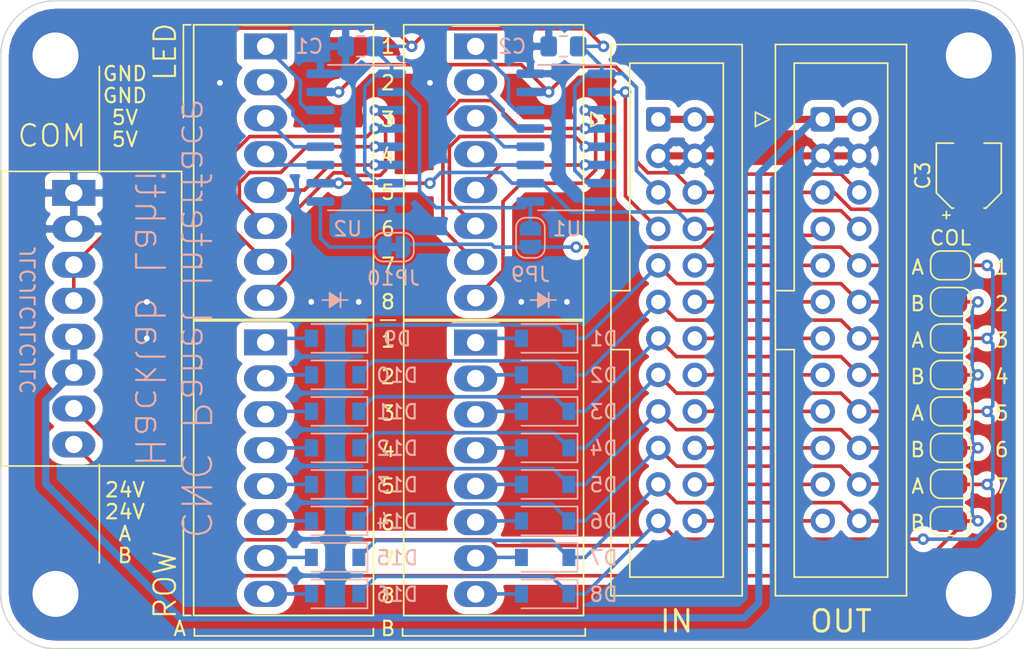
<source format=kicad_pcb>
(kicad_pcb (version 20171130) (host pcbnew 5.1.6)
  (layers (0 F.Cu signal) (31 B.Cu signal) (34 B.Paste user hide) (35 F.Paste user) (36 B.SilkS user) (37 F.SilkS user) (38 B.Mask user hide) (39 F.Mask user hide) (44 Edge.Cuts user))
  (net 0 "")
  (net 1 GND)
  (net 2 +5V)
  (net 3 "Net-(D1-Pad2)")
  (net 4 /R1)
  (net 5 "Net-(D2-Pad2)")
  (net 6 /R2)
  (net 7 "Net-(D3-Pad2)")
  (net 8 /R3)
  (net 9 "Net-(D4-Pad2)")
  (net 10 /R4)
  (net 11 "Net-(D5-Pad2)")
  (net 12 /R5)
  (net 13 "Net-(D6-Pad2)")
  (net 14 /R6)
  (net 15 "Net-(D7-Pad2)")
  (net 16 /R7)
  (net 17 "Net-(D8-Pad2)")
  (net 18 /R8)
  (net 19 "Net-(D9-Pad2)")
  (net 20 "Net-(D10-Pad2)")
  (net 21 "Net-(D11-Pad2)")
  (net 22 "Net-(D12-Pad2)")
  (net 23 "Net-(D13-Pad2)")
  (net 24 "Net-(D14-Pad2)")
  (net 25 "Net-(D15-Pad2)")
  (net 26 "Net-(D16-Pad2)")
  (net 27 /C8)
  (net 28 /C7)
  (net 29 /C6)
  (net 30 /C5)
  (net 31 /C4)
  (net 32 /C3)
  (net 33 /C2)
  (net 34 /C1)
  (net 35 /BusLatch)
  (net 36 /BusClock)
  (net 37 +24V)
  (net 38 "Net-(J3-Pad8)")
  (net 39 "Net-(J3-Pad7)")
  (net 40 "Net-(J3-Pad6)")
  (net 41 "Net-(J3-Pad5)")
  (net 42 "Net-(J3-Pad4)")
  (net 43 "Net-(J3-Pad3)")
  (net 44 "Net-(J3-Pad2)")
  (net 45 "Net-(J3-Pad1)")
  (net 46 "Net-(J4-Pad8)")
  (net 47 "Net-(J4-Pad7)")
  (net 48 "Net-(J4-Pad6)")
  (net 49 "Net-(J4-Pad5)")
  (net 50 "Net-(J4-Pad4)")
  (net 51 "Net-(J4-Pad3)")
  (net 52 "Net-(J4-Pad2)")
  (net 53 "Net-(J4-Pad1)")
  (net 54 /BusIn)
  (net 55 /BusOut)
  (net 56 "Net-(J7-Pad8)")
  (net 57 "Net-(J7-Pad7)")
  (net 58 "Net-(J2-Pad7)")
  (net 59 "Net-(JP9-Pad1)")
  (module Project:Phoenix1989803 (layer F.Cu) (at 43.18 53.875 270)
    (fp_text reference J7 hide)
    (fp_text value Com)
    (pad 8 thru_hole oval (at 8.75 0 270) (size 1.8 3) (drill 1.2) (layers *.Cu *.Mask) (net 56 "Net-(J7-Pad8)"))
    (pad 7 thru_hole oval (at 6.25 0 270) (size 1.8 3) (drill 1.2) (layers *.Cu *.Mask) (net 57 "Net-(J7-Pad7)"))
    (pad 6 thru_hole oval (at 3.75 0 270) (size 1.8 3) (drill 1.2) (layers *.Cu *.Mask) (net 37 +24V))
    (pad 5 thru_hole oval (at 1.25 0 270) (size 1.8 3) (drill 1.2) (layers *.Cu *.Mask) (net 37 +24V))
    (pad 4 thru_hole oval (at -1.25 0 270) (size 1.8 3) (drill 1.2) (layers *.Cu *.Mask) (net 2 +5V))
    (pad 3 thru_hole oval (at -3.75 0 270) (size 1.8 3) (drill 1.2) (layers *.Cu *.Mask) (net 2 +5V))
    (pad 2 thru_hole oval (at -6.25 0 270) (size 1.8 3) (drill 1.2) (layers *.Cu *.Mask) (net 1 GND))
    (pad 1 thru_hole rect (at -8.75 0 270) (size 1.8 3) (drill 1.2) (layers *.Cu *.Mask) (net 1 GND))
  )
  (module Project:Phoenix1989803 (layer F.Cu) (at 56.515 64.275 270)
    (fp_text reference J6 hide)
    (fp_text value Rows2)
    (pad 8 thru_hole oval (at 8.75 0 270) (size 1.8 3) (drill 1.2) (layers *.Cu *.Mask) (net 26 "Net-(D16-Pad2)"))
    (pad 7 thru_hole oval (at 6.25 0 270) (size 1.8 3) (drill 1.2) (layers *.Cu *.Mask) (net 25 "Net-(D15-Pad2)"))
    (pad 6 thru_hole oval (at 3.75 0 270) (size 1.8 3) (drill 1.2) (layers *.Cu *.Mask) (net 24 "Net-(D14-Pad2)"))
    (pad 5 thru_hole oval (at 1.25 0 270) (size 1.8 3) (drill 1.2) (layers *.Cu *.Mask) (net 23 "Net-(D13-Pad2)"))
    (pad 4 thru_hole oval (at -1.25 0 270) (size 1.8 3) (drill 1.2) (layers *.Cu *.Mask) (net 22 "Net-(D12-Pad2)"))
    (pad 3 thru_hole oval (at -3.75 0 270) (size 1.8 3) (drill 1.2) (layers *.Cu *.Mask) (net 21 "Net-(D11-Pad2)"))
    (pad 2 thru_hole oval (at -6.25 0 270) (size 1.8 3) (drill 1.2) (layers *.Cu *.Mask) (net 20 "Net-(D10-Pad2)"))
    (pad 1 thru_hole rect (at -8.75 0 270) (size 1.8 3) (drill 1.2) (layers *.Cu *.Mask) (net 19 "Net-(D9-Pad2)"))
  )
  (module Project:Phoenix1989803 (layer F.Cu) (at 71.12 64.285 270)
    (fp_text reference J5 hide)
    (fp_text value Rows1)
    (pad 8 thru_hole oval (at 8.75 0 270) (size 1.8 3) (drill 1.2) (layers *.Cu *.Mask) (net 17 "Net-(D8-Pad2)"))
    (pad 7 thru_hole oval (at 6.25 0 270) (size 1.8 3) (drill 1.2) (layers *.Cu *.Mask) (net 15 "Net-(D7-Pad2)"))
    (pad 6 thru_hole oval (at 3.75 0 270) (size 1.8 3) (drill 1.2) (layers *.Cu *.Mask) (net 13 "Net-(D6-Pad2)"))
    (pad 5 thru_hole oval (at 1.25 0 270) (size 1.8 3) (drill 1.2) (layers *.Cu *.Mask) (net 11 "Net-(D5-Pad2)"))
    (pad 4 thru_hole oval (at -1.25 0 270) (size 1.8 3) (drill 1.2) (layers *.Cu *.Mask) (net 9 "Net-(D4-Pad2)"))
    (pad 3 thru_hole oval (at -3.75 0 270) (size 1.8 3) (drill 1.2) (layers *.Cu *.Mask) (net 7 "Net-(D3-Pad2)"))
    (pad 2 thru_hole oval (at -6.25 0 270) (size 1.8 3) (drill 1.2) (layers *.Cu *.Mask) (net 5 "Net-(D2-Pad2)"))
    (pad 1 thru_hole rect (at -8.75 0 270) (size 1.8 3) (drill 1.2) (layers *.Cu *.Mask) (net 3 "Net-(D1-Pad2)"))
  )
  (module Project:Phoenix1989803 (layer F.Cu) (at 56.515 43.675 270)
    (fp_text reference J4 hide)
    (fp_text value Out2)
    (pad 8 thru_hole oval (at 8.75 0 270) (size 1.8 3) (drill 1.2) (layers *.Cu *.Mask) (net 46 "Net-(J4-Pad8)"))
    (pad 7 thru_hole oval (at 6.25 0 270) (size 1.8 3) (drill 1.2) (layers *.Cu *.Mask) (net 47 "Net-(J4-Pad7)"))
    (pad 6 thru_hole oval (at 3.75 0 270) (size 1.8 3) (drill 1.2) (layers *.Cu *.Mask) (net 48 "Net-(J4-Pad6)"))
    (pad 5 thru_hole oval (at 1.25 0 270) (size 1.8 3) (drill 1.2) (layers *.Cu *.Mask) (net 49 "Net-(J4-Pad5)"))
    (pad 4 thru_hole oval (at -1.25 0 270) (size 1.8 3) (drill 1.2) (layers *.Cu *.Mask) (net 50 "Net-(J4-Pad4)"))
    (pad 3 thru_hole oval (at -3.75 0 270) (size 1.8 3) (drill 1.2) (layers *.Cu *.Mask) (net 51 "Net-(J4-Pad3)"))
    (pad 2 thru_hole oval (at -6.25 0 270) (size 1.8 3) (drill 1.2) (layers *.Cu *.Mask) (net 52 "Net-(J4-Pad2)"))
    (pad 1 thru_hole rect (at -8.75 0 270) (size 1.8 3) (drill 1.2) (layers *.Cu *.Mask) (net 53 "Net-(J4-Pad1)"))
  )
  (module Project:Phoenix1989803 (layer F.Cu) (at 71.12 43.675 270)
    (fp_text reference J3 hide)
    (fp_text value Out1)
    (pad 8 thru_hole oval (at 8.75 0 270) (size 1.8 3) (drill 1.2) (layers *.Cu *.Mask) (net 38 "Net-(J3-Pad8)"))
    (pad 7 thru_hole oval (at 6.25 0 270) (size 1.8 3) (drill 1.2) (layers *.Cu *.Mask) (net 39 "Net-(J3-Pad7)"))
    (pad 6 thru_hole oval (at 3.75 0 270) (size 1.8 3) (drill 1.2) (layers *.Cu *.Mask) (net 40 "Net-(J3-Pad6)"))
    (pad 5 thru_hole oval (at 1.25 0 270) (size 1.8 3) (drill 1.2) (layers *.Cu *.Mask) (net 41 "Net-(J3-Pad5)"))
    (pad 4 thru_hole oval (at -1.25 0 270) (size 1.8 3) (drill 1.2) (layers *.Cu *.Mask) (net 42 "Net-(J3-Pad4)"))
    (pad 3 thru_hole oval (at -3.75 0 270) (size 1.8 3) (drill 1.2) (layers *.Cu *.Mask) (net 43 "Net-(J3-Pad3)"))
    (pad 2 thru_hole oval (at -6.25 0 270) (size 1.8 3) (drill 1.2) (layers *.Cu *.Mask) (net 44 "Net-(J3-Pad2)"))
    (pad 1 thru_hole rect (at -8.75 0 270) (size 1.8 3) (drill 1.2) (layers *.Cu *.Mask) (net 45 "Net-(J3-Pad1)"))
  )
  (module Project:IDC-Header_2x12_P2.54mm_Vertical_2 (layer F.Cu) (at 95.25 40.005)
    (fp_text reference J2 hide)
    (fp_text value BusOut)
    (pad 24 thru_hole circle (at 2.54 27.94) (size 1.7 1.7) (drill 1) (layers *.Cu *.Mask) (net 27 /C8))
    (pad 22 thru_hole circle (at 2.54 25.4) (size 1.7 1.7) (drill 1) (layers *.Cu *.Mask) (net 28 /C7))
    (pad 20 thru_hole circle (at 2.54 22.86) (size 1.7 1.7) (drill 1) (layers *.Cu *.Mask) (net 29 /C6))
    (pad 18 thru_hole circle (at 2.54 20.32) (size 1.7 1.7) (drill 1) (layers *.Cu *.Mask) (net 30 /C5))
    (pad 16 thru_hole circle (at 2.54 17.78) (size 1.7 1.7) (drill 1) (layers *.Cu *.Mask) (net 31 /C4))
    (pad 14 thru_hole circle (at 2.54 15.24) (size 1.7 1.7) (drill 1) (layers *.Cu *.Mask) (net 32 /C3))
    (pad 12 thru_hole circle (at 2.54 12.7) (size 1.7 1.7) (drill 1) (layers *.Cu *.Mask) (net 33 /C2))
    (pad 10 thru_hole circle (at 2.54 10.16) (size 1.7 1.7) (drill 1) (layers *.Cu *.Mask) (net 34 /C1))
    (pad 8 thru_hole circle (at 2.54 7.62) (size 1.7 1.7) (drill 1) (layers *.Cu *.Mask) (net 35 /BusLatch))
    (pad 6 thru_hole circle (at 2.54 5.08) (size 1.7 1.7) (drill 1) (layers *.Cu *.Mask) (net 36 /BusClock))
    (pad 4 thru_hole circle (at 2.54 2.54) (size 1.7 1.7) (drill 1) (layers *.Cu *.Mask) (net 1 GND))
    (pad 2 thru_hole circle (at 2.54 0) (size 1.7 1.7) (drill 1) (layers *.Cu *.Mask) (net 37 +24V))
    (pad 23 thru_hole circle (at 0 27.94) (size 1.7 1.7) (drill 1) (layers *.Cu *.Mask) (net 18 /R8))
    (pad 21 thru_hole circle (at 0 25.4) (size 1.7 1.7) (drill 1) (layers *.Cu *.Mask) (net 16 /R7))
    (pad 19 thru_hole circle (at 0 22.86) (size 1.7 1.7) (drill 1) (layers *.Cu *.Mask) (net 14 /R6))
    (pad 17 thru_hole circle (at 0 20.32) (size 1.7 1.7) (drill 1) (layers *.Cu *.Mask) (net 12 /R5))
    (pad 15 thru_hole circle (at 0 17.78) (size 1.7 1.7) (drill 1) (layers *.Cu *.Mask) (net 10 /R4))
    (pad 13 thru_hole circle (at 0 15.24) (size 1.7 1.7) (drill 1) (layers *.Cu *.Mask) (net 8 /R3))
    (pad 11 thru_hole circle (at 0 12.7) (size 1.7 1.7) (drill 1) (layers *.Cu *.Mask) (net 6 /R2))
    (pad 9 thru_hole circle (at 0 10.16) (size 1.7 1.7) (drill 1) (layers *.Cu *.Mask) (net 4 /R1))
    (pad 7 thru_hole circle (at 0 7.62) (size 1.7 1.7) (drill 1) (layers *.Cu *.Mask) (net 58 "Net-(J2-Pad7)"))
    (pad 5 thru_hole circle (at 0 5.08) (size 1.7 1.7) (drill 1) (layers *.Cu *.Mask) (net 2 +5V))
    (pad 3 thru_hole circle (at 0 2.54) (size 1.7 1.7) (drill 1) (layers *.Cu *.Mask) (net 1 GND))
    (pad 1 thru_hole roundrect (at 0 0) (size 1.7 1.7) (drill 1) (layers *.Cu *.Mask) (roundrect_rratio 0.147059) (net 37 +24V))
  )
  (module Project:IDC-Header_2x12_P2.54mm_Vertical_2 (layer F.Cu) (at 83.82 40.005)
    (fp_text reference J1 hide)
    (fp_text value BusIn)
    (pad 24 thru_hole circle (at 2.54 27.94) (size 1.7 1.7) (drill 1) (layers *.Cu *.Mask) (net 27 /C8))
    (pad 22 thru_hole circle (at 2.54 25.4) (size 1.7 1.7) (drill 1) (layers *.Cu *.Mask) (net 28 /C7))
    (pad 20 thru_hole circle (at 2.54 22.86) (size 1.7 1.7) (drill 1) (layers *.Cu *.Mask) (net 29 /C6))
    (pad 18 thru_hole circle (at 2.54 20.32) (size 1.7 1.7) (drill 1) (layers *.Cu *.Mask) (net 30 /C5))
    (pad 16 thru_hole circle (at 2.54 17.78) (size 1.7 1.7) (drill 1) (layers *.Cu *.Mask) (net 31 /C4))
    (pad 14 thru_hole circle (at 2.54 15.24) (size 1.7 1.7) (drill 1) (layers *.Cu *.Mask) (net 32 /C3))
    (pad 12 thru_hole circle (at 2.54 12.7) (size 1.7 1.7) (drill 1) (layers *.Cu *.Mask) (net 33 /C2))
    (pad 10 thru_hole circle (at 2.54 10.16) (size 1.7 1.7) (drill 1) (layers *.Cu *.Mask) (net 34 /C1))
    (pad 8 thru_hole circle (at 2.54 7.62) (size 1.7 1.7) (drill 1) (layers *.Cu *.Mask) (net 35 /BusLatch))
    (pad 6 thru_hole circle (at 2.54 5.08) (size 1.7 1.7) (drill 1) (layers *.Cu *.Mask) (net 36 /BusClock))
    (pad 4 thru_hole circle (at 2.54 2.54) (size 1.7 1.7) (drill 1) (layers *.Cu *.Mask) (net 1 GND))
    (pad 2 thru_hole circle (at 2.54 0) (size 1.7 1.7) (drill 1) (layers *.Cu *.Mask) (net 37 +24V))
    (pad 23 thru_hole circle (at 0 27.94) (size 1.7 1.7) (drill 1) (layers *.Cu *.Mask) (net 18 /R8))
    (pad 21 thru_hole circle (at 0 25.4) (size 1.7 1.7) (drill 1) (layers *.Cu *.Mask) (net 16 /R7))
    (pad 19 thru_hole circle (at 0 22.86) (size 1.7 1.7) (drill 1) (layers *.Cu *.Mask) (net 14 /R6))
    (pad 17 thru_hole circle (at 0 20.32) (size 1.7 1.7) (drill 1) (layers *.Cu *.Mask) (net 12 /R5))
    (pad 15 thru_hole circle (at 0 17.78) (size 1.7 1.7) (drill 1) (layers *.Cu *.Mask) (net 10 /R4))
    (pad 13 thru_hole circle (at 0 15.24) (size 1.7 1.7) (drill 1) (layers *.Cu *.Mask) (net 8 /R3))
    (pad 11 thru_hole circle (at 0 12.7) (size 1.7 1.7) (drill 1) (layers *.Cu *.Mask) (net 6 /R2))
    (pad 9 thru_hole circle (at 0 10.16) (size 1.7 1.7) (drill 1) (layers *.Cu *.Mask) (net 4 /R1))
    (pad 7 thru_hole circle (at 0 7.62) (size 1.7 1.7) (drill 1) (layers *.Cu *.Mask) (net 54 /BusIn))
    (pad 5 thru_hole circle (at 0 5.08) (size 1.7 1.7) (drill 1) (layers *.Cu *.Mask) (net 2 +5V))
    (pad 3 thru_hole circle (at 0 2.54) (size 1.7 1.7) (drill 1) (layers *.Cu *.Mask) (net 1 GND))
    (pad 1 thru_hole roundrect (at 0 0) (size 1.7 1.7) (drill 1) (layers *.Cu *.Mask) (roundrect_rratio 0.147059) (net 37 +24V))
  )
  (module MountingHole:MountingHole_3.2mm_M3_Pad (layer F.Cu) (at 105.41 73.025)
    (fp_text reference J11 hide)
    (fp_text value "Mounting hole")
    (pad 1 thru_hole circle (at 0 0) (size 6.4 6.4) (drill 3.2) (layers *.Cu *.Mask) (net 1 GND))
  )
  (module MountingHole:MountingHole_3.2mm_M3_Pad (layer F.Cu) (at 105.41 35.56)
    (fp_text reference J10 hide)
    (fp_text value "Mounting hole")
    (pad 1 thru_hole circle (at 0 0) (size 6.4 6.4) (drill 3.2) (layers *.Cu *.Mask) (net 1 GND))
  )
  (module MountingHole:MountingHole_3.2mm_M3_Pad (layer F.Cu) (at 41.91 73.025)
    (fp_text reference J9 hide)
    (fp_text value "Mounting hole")
    (pad 1 thru_hole circle (at 0 0) (size 6.4 6.4) (drill 3.2) (layers *.Cu *.Mask) (net 1 GND))
  )
  (module MountingHole:MountingHole_3.2mm_M3_Pad (layer F.Cu) (at 41.91 35.56)
    (fp_text reference J8 hide)
    (fp_text value "Mounting hole")
    (pad 1 thru_hole circle (at 0 0) (size 6.4 6.4) (drill 3.2) (layers *.Cu *.Mask) (net 1 GND))
  )
  (module Capacitor_SMD:CP_Elec_4x4.5 (layer F.Cu) (at 105.41 43.92 90)
    (fp_text reference C3 (at 0 -3.2 90) (layer F.SilkS))
    (fp_text value 10u)
    (pad 2 smd roundrect (at 1.8 0 90) (size 2.6 1.6) (layers F.Cu F.Paste F.Mask) (roundrect_rratio 0.15625) (net 1 GND))
    (pad 1 smd roundrect (at -1.8 0 90) (size 2.6 1.6) (layers F.Cu F.Paste F.Mask) (roundrect_rratio 0.15625) (net 2 +5V))
  )
  (module Jumper:SolderJumper-2_P1.3mm_Bridged_RoundedPad1.0x1.5mm (layer B.Cu) (at 65.42 48.895 180)
    (fp_text reference JP10 (at 0.015 -2.159) (layer B.SilkS) (effects (justify mirror)))
    (fp_text value SolderJumper_2_Bridged)
    (fp_poly (pts (xy 0.25 0.3) (xy -0.25 0.3) (xy -0.25 -0.3) (xy 0.25 -0.3)) (layer B.Cu) (width 0))
    (pad 1 smd custom (at -0.65 0 180) (size 1 0.5) (layers B.Cu B.Mask) (net 58 "Net-(J2-Pad7)") (options (clearance outline) (anchor rect)) (primitives (gr_circle (center 0 -0.25) (end 0.5 -0.25) (width 0)) (gr_circle (center 0 0.25) (end 0.5 0.25) (width 0)) (gr_poly (pts (xy 0 0.75) (xy 0.5 0.75) (xy 0.5 -0.75) (xy 0 -0.75)) (width 0))))
    (pad 2 smd custom (at 0.65 0 180) (size 1 0.5) (layers B.Cu B.Mask) (net 55 /BusOut) (options (clearance outline) (anchor rect)) (primitives (gr_circle (center 0 -0.25) (end 0.5 -0.25) (width 0)) (gr_circle (center 0 0.25) (end 0.5 0.25) (width 0)) (gr_poly (pts (xy 0 0.75) (xy -0.5 0.75) (xy -0.5 -0.75) (xy 0 -0.75)) (width 0))))
  )
  (module Jumper:SolderJumper-2_P1.3mm_Open_RoundedPad1.0x1.5mm (layer B.Cu) (at 74.93 48.245 270)
    (fp_text reference JP9 (at 2.555 0) (layer B.SilkS) (effects (justify mirror)))
    (fp_text value SolderJumper_2_Open)
    (pad 2 smd custom (at 0.65 0 270) (size 1 0.5) (layers B.Cu B.Mask) (net 58 "Net-(J2-Pad7)") (options (clearance outline) (anchor rect)) (primitives (gr_circle (center 0 -0.25) (end 0.5 -0.25) (width 0)) (gr_circle (center 0 0.25) (end 0.5 0.25) (width 0)) (gr_poly (pts (xy 0 0.75) (xy -0.5 0.75) (xy -0.5 -0.75) (xy 0 -0.75)) (width 0))))
    (pad 1 smd custom (at -0.65 0 270) (size 1 0.5) (layers B.Cu B.Mask) (net 59 "Net-(JP9-Pad1)") (options (clearance outline) (anchor rect)) (primitives (gr_circle (center 0 -0.25) (end 0.5 -0.25) (width 0)) (gr_circle (center 0 0.25) (end 0.5 0.25) (width 0)) (gr_poly (pts (xy 0 0.75) (xy 0.5 0.75) (xy 0.5 -0.75) (xy 0 -0.75)) (width 0))))
  )
  (module Diode_SMD:D_SOD-123 (layer B.Cu) (at 61.35 73.025 180)
    (fp_text reference D16 (at -4.318 -0.032) (layer B.SilkS) (effects (justify mirror)))
    (fp_text value 1N4148)
    (pad 2 smd rect (at 1.65 0 180) (size 0.9 1.2) (layers B.Cu B.Paste B.Mask) (net 26 "Net-(D16-Pad2)"))
    (pad 1 smd rect (at -1.65 0 180) (size 0.9 1.2) (layers B.Cu B.Paste B.Mask) (net 18 /R8))
  )
  (module Diode_SMD:D_SOD-123 (layer B.Cu) (at 61.35 70.485 180)
    (fp_text reference D15 (at -4.318 -0.032) (layer B.SilkS) (effects (justify mirror)))
    (fp_text value 1N4148)
    (pad 2 smd rect (at 1.65 0 180) (size 0.9 1.2) (layers B.Cu B.Paste B.Mask) (net 25 "Net-(D15-Pad2)"))
    (pad 1 smd rect (at -1.65 0 180) (size 0.9 1.2) (layers B.Cu B.Paste B.Mask) (net 16 /R7))
  )
  (module Diode_SMD:D_SOD-123 (layer B.Cu) (at 61.35 67.945 180)
    (fp_text reference D14 (at -4.318 -0.032) (layer B.SilkS) (effects (justify mirror)))
    (fp_text value 1N4148)
    (pad 2 smd rect (at 1.65 0 180) (size 0.9 1.2) (layers B.Cu B.Paste B.Mask) (net 24 "Net-(D14-Pad2)"))
    (pad 1 smd rect (at -1.65 0 180) (size 0.9 1.2) (layers B.Cu B.Paste B.Mask) (net 14 /R6))
  )
  (module Diode_SMD:D_SOD-123 (layer B.Cu) (at 61.35 65.405 180)
    (fp_text reference D13 (at -4.318 -0.032) (layer B.SilkS) (effects (justify mirror)))
    (fp_text value 1N4148)
    (pad 2 smd rect (at 1.65 0 180) (size 0.9 1.2) (layers B.Cu B.Paste B.Mask) (net 23 "Net-(D13-Pad2)"))
    (pad 1 smd rect (at -1.65 0 180) (size 0.9 1.2) (layers B.Cu B.Paste B.Mask) (net 12 /R5))
  )
  (module Diode_SMD:D_SOD-123 (layer B.Cu) (at 61.35 62.865 180)
    (fp_text reference D12 (at -4.318 -0.032) (layer B.SilkS) (effects (justify mirror)))
    (fp_text value 1N4148)
    (pad 2 smd rect (at 1.65 0 180) (size 0.9 1.2) (layers B.Cu B.Paste B.Mask) (net 22 "Net-(D12-Pad2)"))
    (pad 1 smd rect (at -1.65 0 180) (size 0.9 1.2) (layers B.Cu B.Paste B.Mask) (net 10 /R4))
  )
  (module Diode_SMD:D_SOD-123 (layer B.Cu) (at 61.35 60.325 180)
    (fp_text reference D11 (at -4.318 -0.032) (layer B.SilkS) (effects (justify mirror)))
    (fp_text value 1N4148)
    (pad 2 smd rect (at 1.65 0 180) (size 0.9 1.2) (layers B.Cu B.Paste B.Mask) (net 21 "Net-(D11-Pad2)"))
    (pad 1 smd rect (at -1.65 0 180) (size 0.9 1.2) (layers B.Cu B.Paste B.Mask) (net 8 /R3))
  )
  (module Diode_SMD:D_SOD-123 (layer B.Cu) (at 61.35 57.785 180)
    (fp_text reference D10 (at -4.318 -0.032) (layer B.SilkS) (effects (justify mirror)))
    (fp_text value 1N4148)
    (pad 2 smd rect (at 1.65 0 180) (size 0.9 1.2) (layers B.Cu B.Paste B.Mask) (net 20 "Net-(D10-Pad2)"))
    (pad 1 smd rect (at -1.65 0 180) (size 0.9 1.2) (layers B.Cu B.Paste B.Mask) (net 6 /R2))
  )
  (module Diode_SMD:D_SOD-123 (layer B.Cu) (at 61.35 55.245 180)
    (fp_text reference D9 (at -4.318 -0.032) (layer B.SilkS) (effects (justify mirror)))
    (fp_text value 1N4148)
    (pad 2 smd rect (at 1.65 0 180) (size 0.9 1.2) (layers B.Cu B.Paste B.Mask) (net 19 "Net-(D9-Pad2)"))
    (pad 1 smd rect (at -1.65 0 180) (size 0.9 1.2) (layers B.Cu B.Paste B.Mask) (net 4 /R1))
  )
  (module Diode_SMD:D_SOD-123 (layer B.Cu) (at 75.955 73.025 180)
    (fp_text reference D8 (at -4.064 -0.032) (layer B.SilkS) (effects (justify mirror)))
    (fp_text value 1N4148)
    (pad 2 smd rect (at 1.65 0 180) (size 0.9 1.2) (layers B.Cu B.Paste B.Mask) (net 17 "Net-(D8-Pad2)"))
    (pad 1 smd rect (at -1.65 0 180) (size 0.9 1.2) (layers B.Cu B.Paste B.Mask) (net 18 /R8))
  )
  (module Diode_SMD:D_SOD-123 (layer B.Cu) (at 75.955 70.485 180)
    (fp_text reference D7 (at -4.064 -0.032) (layer B.SilkS) (effects (justify mirror)))
    (fp_text value 1N4148)
    (pad 2 smd rect (at 1.65 0 180) (size 0.9 1.2) (layers B.Cu B.Paste B.Mask) (net 15 "Net-(D7-Pad2)"))
    (pad 1 smd rect (at -1.65 0 180) (size 0.9 1.2) (layers B.Cu B.Paste B.Mask) (net 16 /R7))
  )
  (module Diode_SMD:D_SOD-123 (layer B.Cu) (at 75.955 67.945 180)
    (fp_text reference D6 (at -4.064 -0.032) (layer B.SilkS) (effects (justify mirror)))
    (fp_text value 1N4148)
    (pad 2 smd rect (at 1.65 0 180) (size 0.9 1.2) (layers B.Cu B.Paste B.Mask) (net 13 "Net-(D6-Pad2)"))
    (pad 1 smd rect (at -1.65 0 180) (size 0.9 1.2) (layers B.Cu B.Paste B.Mask) (net 14 /R6))
  )
  (module Diode_SMD:D_SOD-123 (layer B.Cu) (at 75.955 65.405 180)
    (fp_text reference D5 (at -4.064 -0.032) (layer B.SilkS) (effects (justify mirror)))
    (fp_text value 1N4148)
    (pad 2 smd rect (at 1.65 0 180) (size 0.9 1.2) (layers B.Cu B.Paste B.Mask) (net 11 "Net-(D5-Pad2)"))
    (pad 1 smd rect (at -1.65 0 180) (size 0.9 1.2) (layers B.Cu B.Paste B.Mask) (net 12 /R5))
  )
  (module Diode_SMD:D_SOD-123 (layer B.Cu) (at 75.955 62.865 180)
    (fp_text reference D4 (at -4.064 -0.032) (layer B.SilkS) (effects (justify mirror)))
    (fp_text value 1N4148)
    (pad 2 smd rect (at 1.65 0 180) (size 0.9 1.2) (layers B.Cu B.Paste B.Mask) (net 9 "Net-(D4-Pad2)"))
    (pad 1 smd rect (at -1.65 0 180) (size 0.9 1.2) (layers B.Cu B.Paste B.Mask) (net 10 /R4))
  )
  (module Diode_SMD:D_SOD-123 (layer B.Cu) (at 75.955 60.325 180)
    (fp_text reference D3 (at -4.064 -0.032) (layer B.SilkS) (effects (justify mirror)))
    (fp_text value 1N4148)
    (pad 2 smd rect (at 1.65 0 180) (size 0.9 1.2) (layers B.Cu B.Paste B.Mask) (net 7 "Net-(D3-Pad2)"))
    (pad 1 smd rect (at -1.65 0 180) (size 0.9 1.2) (layers B.Cu B.Paste B.Mask) (net 8 /R3))
  )
  (module Diode_SMD:D_SOD-123 (layer B.Cu) (at 75.955 57.785 180)
    (fp_text reference D2 (at -4.064 -0.032) (layer B.SilkS) (effects (justify mirror)))
    (fp_text value 1N4148)
    (pad 2 smd rect (at 1.65 0 180) (size 0.9 1.2) (layers B.Cu B.Paste B.Mask) (net 5 "Net-(D2-Pad2)"))
    (pad 1 smd rect (at -1.65 0 180) (size 0.9 1.2) (layers B.Cu B.Paste B.Mask) (net 6 /R2))
  )
  (module Diode_SMD:D_SOD-123 (layer B.Cu) (at 75.955 55.245 180)
    (fp_text reference D1 (at -4.064 -0.032) (layer B.SilkS) (effects (justify mirror)))
    (fp_text value 1N4148)
    (pad 2 smd rect (at 1.65 0 180) (size 0.9 1.2) (layers B.Cu B.Paste B.Mask) (net 3 "Net-(D1-Pad2)"))
    (pad 1 smd rect (at -1.65 0 180) (size 0.9 1.2) (layers B.Cu B.Paste B.Mask) (net 4 /R1))
  )
  (module Package_SO:SOIC-16_3.9x9.9mm_P1.27mm (layer B.Cu) (at 77.405 41.275 180)
    (fp_text reference U1 (at -0.065 -6.35) (layer B.SilkS) (effects (justify mirror)))
    (fp_text value NPIC6C596A)
    (pad 16 smd roundrect (at 2.475 4.445 180) (size 1.95 0.6) (layers B.Cu B.Paste B.Mask) (net 1 GND))
    (pad 15 smd roundrect (at 2.475 3.175 180) (size 1.95 0.6) (layers B.Cu B.Paste B.Mask) (net 36 /BusClock))
    (pad 14 smd roundrect (at 2.475 1.905 180) (size 1.95 0.6) (layers B.Cu B.Paste B.Mask) (net 45 "Net-(J3-Pad1)"))
    (pad 13 smd roundrect (at 2.475 0.635 180) (size 1.95 0.6) (layers B.Cu B.Paste B.Mask) (net 44 "Net-(J3-Pad2)"))
    (pad 12 smd roundrect (at 2.475 -0.635 180) (size 1.95 0.6) (layers B.Cu B.Paste B.Mask) (net 43 "Net-(J3-Pad3)"))
    (pad 11 smd roundrect (at 2.475 -1.905 180) (size 1.95 0.6) (layers B.Cu B.Paste B.Mask) (net 42 "Net-(J3-Pad4)"))
    (pad 10 smd roundrect (at 2.475 -3.175 180) (size 1.95 0.6) (layers B.Cu B.Paste B.Mask) (net 35 /BusLatch))
    (pad 9 smd roundrect (at 2.475 -4.445 180) (size 1.95 0.6) (layers B.Cu B.Paste B.Mask) (net 59 "Net-(JP9-Pad1)"))
    (pad 8 smd roundrect (at -2.475 -4.445 180) (size 1.95 0.6) (layers B.Cu B.Paste B.Mask) (net 1 GND))
    (pad 7 smd roundrect (at -2.475 -3.175 180) (size 1.95 0.6) (layers B.Cu B.Paste B.Mask) (net 2 +5V))
    (pad 6 smd roundrect (at -2.475 -1.905 180) (size 1.95 0.6) (layers B.Cu B.Paste B.Mask) (net 41 "Net-(J3-Pad5)"))
    (pad 5 smd roundrect (at -2.475 -0.635 180) (size 1.95 0.6) (layers B.Cu B.Paste B.Mask) (net 40 "Net-(J3-Pad6)"))
    (pad 4 smd roundrect (at -2.475 0.635 180) (size 1.95 0.6) (layers B.Cu B.Paste B.Mask) (net 39 "Net-(J3-Pad7)"))
    (pad 3 smd roundrect (at -2.475 1.905 180) (size 1.95 0.6) (layers B.Cu B.Paste B.Mask) (net 38 "Net-(J3-Pad8)"))
    (pad 2 smd roundrect (at -2.475 3.175 180) (size 1.95 0.6) (layers B.Cu B.Paste B.Mask) (net 54 /BusIn))
    (pad 1 smd roundrect (at -2.475 4.445 180) (size 1.95 0.6) (layers B.Cu B.Paste B.Mask) (net 2 +5V))
  )
  (module Jumper:SolderJumper-2_P1.3mm_Open_RoundedPad1.0x1.5mm (layer F.Cu) (at 104.155 65.375)
    (fp_text reference JP7 hide)
    (fp_text value SolderJumper_2_Open hide)
    (pad 2 smd custom (at 0.65 0) (size 1 0.5) (layers F.Cu F.Mask) (net 57 "Net-(J7-Pad7)") (options (clearance outline) (anchor rect)) (primitives (gr_circle (center 0 0.25) (end 0.5 0.25) (width 0)) (gr_circle (center 0 -0.25) (end 0.5 -0.25) (width 0)) (gr_poly (pts (xy 0 -0.75) (xy -0.5 -0.75) (xy -0.5 0.75) (xy 0 0.75)) (width 0))))
    (pad 1 smd custom (at -0.65 0) (size 1 0.5) (layers F.Cu F.Mask) (net 28 /C7) (options (clearance outline) (anchor rect)) (primitives (gr_circle (center 0 0.25) (end 0.5 0.25) (width 0)) (gr_circle (center 0 -0.25) (end 0.5 -0.25) (width 0)) (gr_poly (pts (xy 0 -0.75) (xy 0.5 -0.75) (xy 0.5 0.75) (xy 0 0.75)) (width 0))))
  )
  (module Jumper:SolderJumper-2_P1.3mm_Open_RoundedPad1.0x1.5mm (layer F.Cu) (at 104.155 60.325)
    (fp_text reference JP5 hide)
    (fp_text value SolderJumper_2_Open hide)
    (pad 2 smd custom (at 0.65 0) (size 1 0.5) (layers F.Cu F.Mask) (net 57 "Net-(J7-Pad7)") (options (clearance outline) (anchor rect)) (primitives (gr_circle (center 0 0.25) (end 0.5 0.25) (width 0)) (gr_circle (center 0 -0.25) (end 0.5 -0.25) (width 0)) (gr_poly (pts (xy 0 -0.75) (xy -0.5 -0.75) (xy -0.5 0.75) (xy 0 0.75)) (width 0))))
    (pad 1 smd custom (at -0.65 0) (size 1 0.5) (layers F.Cu F.Mask) (net 30 /C5) (options (clearance outline) (anchor rect)) (primitives (gr_circle (center 0 0.25) (end 0.5 0.25) (width 0)) (gr_circle (center 0 -0.25) (end 0.5 -0.25) (width 0)) (gr_poly (pts (xy 0 -0.75) (xy 0.5 -0.75) (xy 0.5 0.75) (xy 0 0.75)) (width 0))))
  )
  (module Jumper:SolderJumper-2_P1.3mm_Open_RoundedPad1.0x1.5mm (layer F.Cu) (at 104.155 57.785)
    (fp_text reference JP4 hide)
    (fp_text value SolderJumper_2_Open hide)
    (pad 2 smd custom (at 0.65 0) (size 1 0.5) (layers F.Cu F.Mask) (net 56 "Net-(J7-Pad8)") (options (clearance outline) (anchor rect)) (primitives (gr_circle (center 0 0.25) (end 0.5 0.25) (width 0)) (gr_circle (center 0 -0.25) (end 0.5 -0.25) (width 0)) (gr_poly (pts (xy 0 -0.75) (xy -0.5 -0.75) (xy -0.5 0.75) (xy 0 0.75)) (width 0))))
    (pad 1 smd custom (at -0.65 0) (size 1 0.5) (layers F.Cu F.Mask) (net 31 /C4) (options (clearance outline) (anchor rect)) (primitives (gr_circle (center 0 0.25) (end 0.5 0.25) (width 0)) (gr_circle (center 0 -0.25) (end 0.5 -0.25) (width 0)) (gr_poly (pts (xy 0 -0.75) (xy 0.5 -0.75) (xy 0.5 0.75) (xy 0 0.75)) (width 0))))
  )
  (module Package_SO:SOIC-16_3.9x9.9mm_P1.27mm (layer B.Cu) (at 62.8 41.275 180)
    (fp_text reference U2 (at 0.57 -6.35) (layer B.SilkS) (effects (justify mirror)))
    (fp_text value NPIC6C596A)
    (pad 16 smd roundrect (at 2.475 4.445 180) (size 1.95 0.6) (layers B.Cu B.Paste B.Mask) (net 1 GND))
    (pad 15 smd roundrect (at 2.475 3.175 180) (size 1.95 0.6) (layers B.Cu B.Paste B.Mask) (net 36 /BusClock))
    (pad 14 smd roundrect (at 2.475 1.905 180) (size 1.95 0.6) (layers B.Cu B.Paste B.Mask) (net 53 "Net-(J4-Pad1)"))
    (pad 13 smd roundrect (at 2.475 0.635 180) (size 1.95 0.6) (layers B.Cu B.Paste B.Mask) (net 52 "Net-(J4-Pad2)"))
    (pad 12 smd roundrect (at 2.475 -0.635 180) (size 1.95 0.6) (layers B.Cu B.Paste B.Mask) (net 51 "Net-(J4-Pad3)"))
    (pad 11 smd roundrect (at 2.475 -1.905 180) (size 1.95 0.6) (layers B.Cu B.Paste B.Mask) (net 50 "Net-(J4-Pad4)"))
    (pad 10 smd roundrect (at 2.475 -3.175 180) (size 1.95 0.6) (layers B.Cu B.Paste B.Mask) (net 35 /BusLatch))
    (pad 9 smd roundrect (at 2.475 -4.445 180) (size 1.95 0.6) (layers B.Cu B.Paste B.Mask) (net 55 /BusOut))
    (pad 8 smd roundrect (at -2.475 -4.445 180) (size 1.95 0.6) (layers B.Cu B.Paste B.Mask) (net 1 GND))
    (pad 7 smd roundrect (at -2.475 -3.175 180) (size 1.95 0.6) (layers B.Cu B.Paste B.Mask) (net 2 +5V))
    (pad 6 smd roundrect (at -2.475 -1.905 180) (size 1.95 0.6) (layers B.Cu B.Paste B.Mask) (net 49 "Net-(J4-Pad5)"))
    (pad 5 smd roundrect (at -2.475 -0.635 180) (size 1.95 0.6) (layers B.Cu B.Paste B.Mask) (net 48 "Net-(J4-Pad6)"))
    (pad 4 smd roundrect (at -2.475 0.635 180) (size 1.95 0.6) (layers B.Cu B.Paste B.Mask) (net 47 "Net-(J4-Pad7)"))
    (pad 3 smd roundrect (at -2.475 1.905 180) (size 1.95 0.6) (layers B.Cu B.Paste B.Mask) (net 46 "Net-(J4-Pad8)"))
    (pad 2 smd roundrect (at -2.475 3.175 180) (size 1.95 0.6) (layers B.Cu B.Paste B.Mask) (net 59 "Net-(JP9-Pad1)"))
    (pad 1 smd roundrect (at -2.475 4.445 180) (size 1.95 0.6) (layers B.Cu B.Paste B.Mask) (net 2 +5V))
  )
  (module Jumper:SolderJumper-2_P1.3mm_Open_RoundedPad1.0x1.5mm (layer F.Cu) (at 104.14 67.96)
    (fp_text reference JP8 hide)
    (fp_text value SolderJumper_2_Open hide)
    (pad 2 smd custom (at 0.65 0) (size 1 0.5) (layers F.Cu F.Mask) (net 56 "Net-(J7-Pad8)") (options (clearance outline) (anchor rect)) (primitives (gr_circle (center 0 0.25) (end 0.5 0.25) (width 0)) (gr_circle (center 0 -0.25) (end 0.5 -0.25) (width 0)) (gr_poly (pts (xy 0 -0.75) (xy -0.5 -0.75) (xy -0.5 0.75) (xy 0 0.75)) (width 0))))
    (pad 1 smd custom (at -0.65 0) (size 1 0.5) (layers F.Cu F.Mask) (net 27 /C8) (options (clearance outline) (anchor rect)) (primitives (gr_circle (center 0 0.25) (end 0.5 0.25) (width 0)) (gr_circle (center 0 -0.25) (end 0.5 -0.25) (width 0)) (gr_poly (pts (xy 0 -0.75) (xy 0.5 -0.75) (xy 0.5 0.75) (xy 0 0.75)) (width 0))))
  )
  (module Jumper:SolderJumper-2_P1.3mm_Open_RoundedPad1.0x1.5mm (layer F.Cu) (at 104.155 62.865)
    (fp_text reference JP6 hide)
    (fp_text value SolderJumper_2_Open hide)
    (pad 2 smd custom (at 0.65 0) (size 1 0.5) (layers F.Cu F.Mask) (net 56 "Net-(J7-Pad8)") (options (clearance outline) (anchor rect)) (primitives (gr_circle (center 0 0.25) (end 0.5 0.25) (width 0)) (gr_circle (center 0 -0.25) (end 0.5 -0.25) (width 0)) (gr_poly (pts (xy 0 -0.75) (xy -0.5 -0.75) (xy -0.5 0.75) (xy 0 0.75)) (width 0))))
    (pad 1 smd custom (at -0.65 0) (size 1 0.5) (layers F.Cu F.Mask) (net 29 /C6) (options (clearance outline) (anchor rect)) (primitives (gr_circle (center 0 0.25) (end 0.5 0.25) (width 0)) (gr_circle (center 0 -0.25) (end 0.5 -0.25) (width 0)) (gr_poly (pts (xy 0 -0.75) (xy 0.5 -0.75) (xy 0.5 0.75) (xy 0 0.75)) (width 0))))
  )
  (module Jumper:SolderJumper-2_P1.3mm_Open_RoundedPad1.0x1.5mm (layer F.Cu) (at 104.155 55.245)
    (fp_text reference JP3 hide)
    (fp_text value SolderJumper_2_Open hide)
    (pad 2 smd custom (at 0.65 0) (size 1 0.5) (layers F.Cu F.Mask) (net 57 "Net-(J7-Pad7)") (options (clearance outline) (anchor rect)) (primitives (gr_circle (center 0 0.25) (end 0.5 0.25) (width 0)) (gr_circle (center 0 -0.25) (end 0.5 -0.25) (width 0)) (gr_poly (pts (xy 0 -0.75) (xy -0.5 -0.75) (xy -0.5 0.75) (xy 0 0.75)) (width 0))))
    (pad 1 smd custom (at -0.65 0) (size 1 0.5) (layers F.Cu F.Mask) (net 32 /C3) (options (clearance outline) (anchor rect)) (primitives (gr_circle (center 0 0.25) (end 0.5 0.25) (width 0)) (gr_circle (center 0 -0.25) (end 0.5 -0.25) (width 0)) (gr_poly (pts (xy 0 -0.75) (xy 0.5 -0.75) (xy 0.5 0.75) (xy 0 0.75)) (width 0))))
  )
  (module Jumper:SolderJumper-2_P1.3mm_Open_RoundedPad1.0x1.5mm (layer F.Cu) (at 104.155 52.705)
    (fp_text reference JP2 hide)
    (fp_text value SolderJumper_2_Open hide)
    (pad 2 smd custom (at 0.65 0) (size 1 0.5) (layers F.Cu F.Mask) (net 56 "Net-(J7-Pad8)") (options (clearance outline) (anchor rect)) (primitives (gr_circle (center 0 0.25) (end 0.5 0.25) (width 0)) (gr_circle (center 0 -0.25) (end 0.5 -0.25) (width 0)) (gr_poly (pts (xy 0 -0.75) (xy -0.5 -0.75) (xy -0.5 0.75) (xy 0 0.75)) (width 0))))
    (pad 1 smd custom (at -0.65 0) (size 1 0.5) (layers F.Cu F.Mask) (net 33 /C2) (options (clearance outline) (anchor rect)) (primitives (gr_circle (center 0 0.25) (end 0.5 0.25) (width 0)) (gr_circle (center 0 -0.25) (end 0.5 -0.25) (width 0)) (gr_poly (pts (xy 0 -0.75) (xy 0.5 -0.75) (xy 0.5 0.75) (xy 0 0.75)) (width 0))))
  )
  (module Jumper:SolderJumper-2_P1.3mm_Open_RoundedPad1.0x1.5mm (layer F.Cu) (at 104.155 50.165)
    (fp_text reference JP1 hide)
    (fp_text value SolderJumper_2_Open hide)
    (pad 2 smd custom (at 0.65 0) (size 1 0.5) (layers F.Cu F.Mask) (net 57 "Net-(J7-Pad7)") (options (clearance outline) (anchor rect)) (primitives (gr_circle (center 0 0.25) (end 0.5 0.25) (width 0)) (gr_circle (center 0 -0.25) (end 0.5 -0.25) (width 0)) (gr_poly (pts (xy 0 -0.75) (xy -0.5 -0.75) (xy -0.5 0.75) (xy 0 0.75)) (width 0))))
    (pad 1 smd custom (at -0.65 0) (size 1 0.5) (layers F.Cu F.Mask) (net 34 /C1) (options (clearance outline) (anchor rect)) (primitives (gr_circle (center 0 0.25) (end 0.5 0.25) (width 0)) (gr_circle (center 0 -0.25) (end 0.5 -0.25) (width 0)) (gr_poly (pts (xy 0 -0.75) (xy 0.5 -0.75) (xy 0.5 0.75) (xy 0 0.75)) (width 0))))
  )
  (module Capacitor_SMD:C_0805_2012Metric_Pad1.15x1.40mm_HandSolder (layer B.Cu) (at 77.225 34.925 180)
    (fp_text reference C2 (at 3.565 0) (layer B.SilkS) (effects (justify mirror)))
    (fp_text value 100n)
    (pad 2 smd roundrect (at 1.025 0 180) (size 1.15 1.4) (layers B.Cu B.Paste B.Mask) (roundrect_rratio 0.217391) (net 1 GND))
    (pad 1 smd roundrect (at -1.025 0 180) (size 1.15 1.4) (layers B.Cu B.Paste B.Mask) (roundrect_rratio 0.217391) (net 2 +5V))
  )
  (module Capacitor_SMD:C_0805_2012Metric_Pad1.15x1.40mm_HandSolder (layer B.Cu) (at 63.11 34.925 180)
    (fp_text reference C1 (at 3.565 0) (layer B.SilkS) (effects (justify mirror)))
    (fp_text value 100n)
    (pad 2 smd roundrect (at 1.025 0 180) (size 1.15 1.4) (layers B.Cu B.Paste B.Mask) (roundrect_rratio 0.217391) (net 1 GND))
    (pad 1 smd roundrect (at -1.025 0 180) (size 1.15 1.4) (layers B.Cu B.Paste B.Mask) (roundrect_rratio 0.217391) (net 2 +5V))
  )
  (gr_text "CNC Panel Interface\nHacklab Lahti" (at 50.038 53.848 270) (layer B.SilkS) (effects (font (size 2 2)) (justify mirror)))
  (gr_line (start 50.8 67.9704) (end 50.8 74.5236) (layer F.SilkS) (width 0.12))
  (gr_text ROW (at 49.53 72.39 90) (layer F.SilkS) (effects (font (size 1.5 1.5))))
  (gr_line (start 50.8 74.5236) (end 51.308 74.5236) (layer F.SilkS) (width 0.12))
  (gr_line (start 50.8 33.4264) (end 51.308 33.4264) (layer F.SilkS) (width 0.12))
  (gr_line (start 50.8 33.4264) (end 50.8 39.878) (layer F.SilkS) (width 0.12))
  (gr_text COM (at 41.656 41.148) (layer F.SilkS) (effects (font (size 1.5 1.5))))
  (gr_line (start 61.722 52.07) (end 61.722 53.086) (layer B.SilkS) (width 0.12))
  (gr_line (start 60.452 52.578) (end 62.23 52.578) (layer B.SilkS) (width 0.12))
  (gr_poly (pts (xy 60.96 52.07) (xy 61.722 52.578) (xy 60.96 53.086)) (layer B.SilkS) (width 0.1))
  (gr_line (start 76.2 52.07) (end 76.2 53.086) (layer B.SilkS) (width 0.12))
  (gr_line (start 74.93 52.578) (end 76.708 52.578) (layer B.SilkS) (width 0.12))
  (gr_poly (pts (xy 75.438 52.07) (xy 76.2 52.578) (xy 75.438 53.086)) (layer B.SilkS) (width 0.1))
  (gr_text B (at 46.736 70.358) (layer F.SilkS) (effects (font (size 1 1))))
  (gr_text 24V (at 46.736 65.786) (layer F.SilkS) (effects (font (size 1 1))))
  (gr_line (start 44.958 70.866) (end 44.958 64.008) (layer F.SilkS) (width 0.12))
  (gr_text A (at 46.736 68.834) (layer F.SilkS) (effects (font (size 1 1))))
  (gr_text 24V (at 46.736 67.31) (layer F.SilkS) (effects (font (size 1 1))))
  (gr_line (start 44.958 43.688) (end 44.958 36.322) (layer F.SilkS) (width 0.12))
  (gr_text 5V (at 46.736 41.402) (layer F.SilkS) (effects (font (size 1 1))))
  (gr_text 5V (at 46.736 39.878) (layer F.SilkS) (effects (font (size 1 1))))
  (gr_text GND (at 46.736 36.83) (layer F.SilkS) (effects (font (size 1 1))))
  (gr_text GND (at 46.736 38.354) (layer F.SilkS) (effects (font (size 1 1))))
  (gr_line (start 51.562 75.946) (end 51.562 75.438) (layer F.SilkS) (width 0.12))
  (gr_line (start 66.04 75.438) (end 66.04 75.946) (layer F.SilkS) (width 0.12))
  (gr_line (start 64.516 53.975) (end 65.532 53.975) (layer F.SilkS) (width 0.12))
  (gr_text A (at 101.854 65.532) (layer F.SilkS) (effects (font (size 1 1))))
  (gr_text B (at 101.854 62.992) (layer F.SilkS) (effects (font (size 1 1))))
  (gr_text B (at 101.854 52.832) (layer F.SilkS) (effects (font (size 1 1))))
  (gr_text A (at 101.854 50.292) (layer F.SilkS) (effects (font (size 1 1))))
  (gr_text A (at 101.854 55.372) (layer F.SilkS) (effects (font (size 1 1))))
  (gr_text B (at 101.854 57.912) (layer F.SilkS) (effects (font (size 1 1))))
  (gr_text A (at 101.854 60.452) (layer F.SilkS) (effects (font (size 1 1))))
  (gr_text B (at 101.854 68.072) (layer F.SilkS) (effects (font (size 1 1))))
  (gr_text 3 (at 107.696 55.372) (layer F.SilkS) (effects (font (size 1 1))))
  (gr_text 2 (at 107.696 52.832) (layer F.SilkS) (effects (font (size 1 1))))
  (gr_text 8 (at 107.696 68.072) (layer F.SilkS) (effects (font (size 1 1))))
  (gr_text 4 (at 107.696 57.912) (layer F.SilkS) (effects (font (size 1 1))))
  (gr_text 5 (at 107.696 60.452) (layer F.SilkS) (effects (font (size 1 1))))
  (gr_text 1 (at 107.696 50.292) (layer F.SilkS) (effects (font (size 1 1))))
  (gr_text 7 (at 107.696 65.532) (layer F.SilkS) (effects (font (size 1 1))))
  (gr_text 6 (at 107.696 62.992) (layer F.SilkS) (effects (font (size 1 1))))
  (gr_text COL (at 104.14 48.26) (layer F.SilkS) (effects (font (size 1 1))))
  (gr_line (start 78.74 75.946) (end 78.74 75.438) (layer F.SilkS) (width 0.12))
  (gr_line (start 66.04 75.946) (end 78.74 75.946) (layer F.SilkS) (width 0.12))
  (gr_line (start 64.008 75.946) (end 64.008 75.438) (layer F.SilkS) (width 0.12))
  (gr_line (start 51.562 75.946) (end 64.008 75.946) (layer F.SilkS) (width 0.12))
  (gr_text 7 (at 65.024 70.612) (layer F.SilkS) (effects (font (size 1 1))))
  (gr_text 4 (at 65.024 62.992) (layer F.SilkS) (effects (font (size 1 1))))
  (gr_text 1 (at 65.024 55.372) (layer F.SilkS) (effects (font (size 1 1))))
  (gr_text 8 (at 65.024 73.152) (layer F.SilkS) (effects (font (size 1 1))))
  (gr_text 6 (at 65.024 68.072) (layer F.SilkS) (effects (font (size 1 1))))
  (gr_text 5 (at 65.024 65.532) (layer F.SilkS) (effects (font (size 1 1))))
  (gr_text 3 (at 65.024 60.452) (layer F.SilkS) (effects (font (size 1 1))))
  (gr_text 2 (at 65.024 57.912) (layer F.SilkS) (effects (font (size 1 1))))
  (gr_text 8 (at 65.024 52.705) (layer F.SilkS) (effects (font (size 1 1))))
  (gr_text 7 (at 65.024 50.165) (layer F.SilkS) (effects (font (size 1 1))))
  (gr_text 6 (at 65.024 47.625) (layer F.SilkS) (effects (font (size 1 1))))
  (gr_text 5 (at 65.024 45.085) (layer F.SilkS) (effects (font (size 1 1))))
  (gr_text 4 (at 65.024 42.545) (layer F.SilkS) (effects (font (size 1 1))))
  (gr_text 3 (at 65.024 40.005) (layer F.SilkS) (effects (font (size 1 1))))
  (gr_text 2 (at 65.024 37.465) (layer F.SilkS) (effects (font (size 1 1))))
  (gr_text JLCJLCJLCJLC (at 40.005 53.975 90) (layer B.SilkS) (effects (font (size 1 1)) (justify mirror)))
  (gr_text B (at 65.024 75.438) (layer F.SilkS) (effects (font (size 1 1))))
  (gr_text A (at 50.546 75.438) (layer F.SilkS) (effects (font (size 1 1))))
  (gr_text LED (at 49.53 35.306 90) (layer F.SilkS) (effects (font (size 1.5 1.5))))
  (gr_text 1 (at 65.024 34.925) (layer F.SilkS) (effects (font (size 1 1))))
  (gr_arc (start 105.41 73.025) (end 105.41 76.835) (angle -90) (layer Edge.Cuts) (width 0.1))
  (gr_arc (start 41.91 73.025) (end 38.1 73.025) (angle -90) (layer Edge.Cuts) (width 0.1))
  (gr_arc (start 41.91 35.56) (end 41.91 31.75) (angle -90) (layer Edge.Cuts) (width 0.1))
  (gr_arc (start 105.41 35.56) (end 109.22 35.56) (angle -90) (layer Edge.Cuts) (width 0.1))
  (gr_text OUT (at 96.52 74.93) (layer F.SilkS) (effects (font (size 1.5 1.5) (thickness 0.2))))
  (gr_text IN (at 85.09 74.93) (layer F.SilkS) (effects (font (size 1.5 1.5) (thickness 0.2))))
  (gr_line (start 105.41 31.75) (end 41.91 31.75) (layer Edge.Cuts) (width 0.1))
  (gr_line (start 109.22 35.56) (end 109.22 73.025) (layer Edge.Cuts) (width 0.1))
  (gr_line (start 38.1 73.025) (end 38.1 35.56) (layer Edge.Cuts) (width 0.1))
  (gr_line (start 105.41 76.835) (end 41.91 76.835) (layer Edge.Cuts) (width 0.1))
  (via (at 48.26 52.705) (size 0.8) (drill 0.4) (layers F.Cu B.Cu) (net 1))
  (via (at 48.26 55.245) (size 0.8) (drill 0.4) (layers F.Cu B.Cu) (net 1))
  (via (at 59.69 52.705) (size 0.8) (drill 0.4) (layers F.Cu B.Cu) (net 1))
  (via (at 62.992 52.705) (size 0.8) (drill 0.4) (layers F.Cu B.Cu) (net 1))
  (via (at 74.295 52.705) (size 0.8) (drill 0.4) (layers F.Cu B.Cu) (net 1))
  (via (at 77.47 52.705) (size 0.8) (drill 0.4) (layers F.Cu B.Cu) (net 1))
  (segment (start 86.36 42.545) (end 95.25 42.545) (width 0.5) (layer F.Cu) (net 1))
  (via (at 53.34 37.465) (size 0.8) (drill 0.4) (layers F.Cu B.Cu) (net 1))
  (via (at 67.945 37.465) (size 0.8) (drill 0.4) (layers F.Cu B.Cu) (net 1))
  (segment (start 79.88 45.72) (end 78.74 45.72) (width 0.5) (layer B.Cu) (net 1))
  (segment (start 78.74 45.72) (end 78.105 45.085) (width 0.5) (layer B.Cu) (net 1))
  (segment (start 86.36 42.545) (end 83.82 42.545) (width 0.5) (layer F.Cu) (net 1))
  (segment (start 97.79 42.545) (end 95.25 42.545) (width 0.5) (layer F.Cu) (net 1))
  (segment (start 63.409999 43.559999) (end 64.3 44.45) (width 0.25) (layer B.Cu) (net 2))
  (segment (start 65.275 36.83) (end 65.275 36.31) (width 0.25) (layer B.Cu) (net 2))
  (segment (start 64.3 44.45) (end 65.275 44.45) (width 0.25) (layer B.Cu) (net 2))
  (segment (start 65.275 36.83) (end 64.3 36.83) (width 0.25) (layer B.Cu) (net 2))
  (segment (start 64.3 36.83) (end 63.409999 37.720001) (width 0.25) (layer B.Cu) (net 2))
  (segment (start 65.275 36.31) (end 63.89 34.925) (width 0.25) (layer B.Cu) (net 2))
  (segment (start 63.409999 37.720001) (end 63.409999 43.559999) (width 0.25) (layer B.Cu) (net 2))
  (segment (start 79.88 36.31) (end 78.495 34.925) (width 0.25) (layer B.Cu) (net 2))
  (segment (start 79.88 36.83) (end 79.88 36.31) (width 0.25) (layer B.Cu) (net 2))
  (segment (start 78.905 44.45) (end 79.88 44.45) (width 0.25) (layer B.Cu) (net 2))
  (segment (start 78.014999 43.559999) (end 78.905 44.45) (width 0.25) (layer B.Cu) (net 2))
  (segment (start 78.014999 37.720001) (end 78.014999 43.559999) (width 0.25) (layer B.Cu) (net 2))
  (segment (start 78.905 36.83) (end 78.014999 37.720001) (width 0.25) (layer B.Cu) (net 2))
  (segment (start 79.88 36.83) (end 78.905 36.83) (width 0.25) (layer B.Cu) (net 2))
  (segment (start 78.495 34.925) (end 80.01 34.925) (width 0.25) (layer B.Cu) (net 2))
  (via (at 80.01 34.925) (size 0.8) (drill 0.4) (layers F.Cu B.Cu) (net 2))
  (segment (start 43.18 50.125) (end 43.18 52.625) (width 0.25) (layer F.Cu) (net 2))
  (via (at 66.675 34.925) (size 0.8) (drill 0.4) (layers F.Cu B.Cu) (net 2))
  (segment (start 80.01 34.925) (end 78.784999 33.699999) (width 0.25) (layer F.Cu) (net 2))
  (segment (start 87.63 46.355) (end 88.9 45.085) (width 0.25) (layer F.Cu) (net 2))
  (segment (start 85.09 46.355) (end 87.63 46.355) (width 0.25) (layer F.Cu) (net 2))
  (segment (start 83.82 45.085) (end 85.09 46.355) (width 0.25) (layer F.Cu) (net 2))
  (segment (start 88.9 45.085) (end 95.25 45.085) (width 0.25) (layer F.Cu) (net 2))
  (segment (start 104.869999 46.260001) (end 105.41 45.72) (width 0.25) (layer F.Cu) (net 2))
  (segment (start 97.225999 46.260001) (end 104.869999 46.260001) (width 0.25) (layer F.Cu) (net 2))
  (segment (start 96.050998 45.085) (end 97.225999 46.260001) (width 0.25) (layer F.Cu) (net 2))
  (segment (start 95.25 45.085) (end 96.050998 45.085) (width 0.25) (layer F.Cu) (net 2))
  (segment (start 83.82 45.085) (end 82.296 43.561) (width 0.25) (layer B.Cu) (net 2))
  (segment (start 81.337002 36.83) (end 79.88 36.83) (width 0.25) (layer B.Cu) (net 2))
  (segment (start 82.296 37.788998) (end 81.337002 36.83) (width 0.25) (layer B.Cu) (net 2))
  (segment (start 82.296 43.561) (end 82.296 37.788998) (width 0.25) (layer B.Cu) (net 2))
  (segment (start 64.135 34.925) (end 66.675 34.925) (width 0.25) (layer B.Cu) (net 2))
  (segment (start 65.405 33.655) (end 66.675 34.925) (width 0.25) (layer F.Cu) (net 2))
  (segment (start 54.61 33.655) (end 65.405 33.655) (width 0.25) (layer F.Cu) (net 2))
  (segment (start 45.72 42.545) (end 54.61 33.655) (width 0.25) (layer F.Cu) (net 2))
  (segment (start 45.72 47.625) (end 45.72 42.545) (width 0.25) (layer F.Cu) (net 2))
  (segment (start 45.68 47.625) (end 45.72 47.625) (width 0.25) (layer F.Cu) (net 2))
  (segment (start 43.18 50.125) (end 45.68 47.625) (width 0.25) (layer F.Cu) (net 2))
  (segment (start 66.675 34.925) (end 67.900001 33.699999) (width 0.25) (layer F.Cu) (net 2))
  (segment (start 78.784999 33.699999) (end 67.900001 33.699999) (width 0.25) (layer F.Cu) (net 2))
  (segment (start 71.26 55.245) (end 71.12 55.385) (width 0.25) (layer B.Cu) (net 3))
  (segment (start 74.422 55.245) (end 71.26 55.245) (width 0.25) (layer B.Cu) (net 3))
  (segment (start 88.9 50.165) (end 95.25 50.165) (width 0.25) (layer F.Cu) (net 4))
  (segment (start 83.82 50.165) (end 85.09 51.435) (width 0.25) (layer F.Cu) (net 4))
  (segment (start 85.09 51.435) (end 87.63 51.435) (width 0.25) (layer F.Cu) (net 4))
  (segment (start 87.63 51.435) (end 88.9 50.165) (width 0.25) (layer F.Cu) (net 4))
  (segment (start 63.935001 54.309999) (end 63 55.245) (width 0.25) (layer B.Cu) (net 4))
  (segment (start 76.669999 54.309999) (end 63.935001 54.309999) (width 0.25) (layer B.Cu) (net 4))
  (segment (start 77.605 55.245) (end 76.669999 54.309999) (width 0.25) (layer B.Cu) (net 4))
  (segment (start 78.74 55.245) (end 77.605 55.245) (width 0.25) (layer B.Cu) (net 4))
  (segment (start 83.82 50.165) (end 78.74 55.245) (width 0.25) (layer B.Cu) (net 4))
  (segment (start 71.22 57.785) (end 71.12 57.885) (width 0.25) (layer B.Cu) (net 5))
  (segment (start 74.295 57.785) (end 71.22 57.785) (width 0.25) (layer B.Cu) (net 5))
  (segment (start 88.9 52.705) (end 95.25 52.705) (width 0.25) (layer F.Cu) (net 6))
  (segment (start 83.82 52.705) (end 85.09 53.975) (width 0.25) (layer F.Cu) (net 6))
  (segment (start 85.09 53.975) (end 87.63 53.975) (width 0.25) (layer F.Cu) (net 6))
  (segment (start 87.63 53.975) (end 88.9 52.705) (width 0.25) (layer F.Cu) (net 6))
  (segment (start 78.74 57.785) (end 83.82 52.705) (width 0.25) (layer B.Cu) (net 6))
  (segment (start 77.47 57.785) (end 78.74 57.785) (width 0.25) (layer B.Cu) (net 6))
  (segment (start 63.97501 56.80999) (end 63 57.785) (width 0.25) (layer B.Cu) (net 6))
  (segment (start 76.62999 56.80999) (end 63.97501 56.80999) (width 0.25) (layer B.Cu) (net 6))
  (segment (start 77.605 57.785) (end 76.62999 56.80999) (width 0.25) (layer B.Cu) (net 6))
  (segment (start 71.18 60.325) (end 71.12 60.385) (width 0.25) (layer B.Cu) (net 7))
  (segment (start 74.295 60.325) (end 71.18 60.325) (width 0.25) (layer B.Cu) (net 7))
  (segment (start 88.9 55.245) (end 95.25 55.245) (width 0.25) (layer F.Cu) (net 8))
  (segment (start 83.82 55.245) (end 85.09 56.515) (width 0.25) (layer F.Cu) (net 8))
  (segment (start 85.09 56.515) (end 87.63 56.515) (width 0.25) (layer F.Cu) (net 8))
  (segment (start 87.63 56.515) (end 88.9 55.245) (width 0.25) (layer F.Cu) (net 8))
  (segment (start 78.74 60.325) (end 83.82 55.245) (width 0.25) (layer B.Cu) (net 8))
  (segment (start 77.47 60.325) (end 78.74 60.325) (width 0.25) (layer B.Cu) (net 8))
  (segment (start 76.58999 59.30999) (end 64.01501 59.30999) (width 0.25) (layer B.Cu) (net 8))
  (segment (start 64.01501 59.30999) (end 63 60.325) (width 0.25) (layer B.Cu) (net 8))
  (segment (start 77.605 60.325) (end 76.58999 59.30999) (width 0.25) (layer B.Cu) (net 8))
  (segment (start 71.14 62.865) (end 71.12 62.885) (width 0.25) (layer B.Cu) (net 9))
  (segment (start 74.295 62.865) (end 71.14 62.865) (width 0.25) (layer B.Cu) (net 9))
  (segment (start 88.9 57.785) (end 95.25 57.785) (width 0.25) (layer F.Cu) (net 10))
  (segment (start 83.82 57.785) (end 85.09 59.055) (width 0.25) (layer F.Cu) (net 10))
  (segment (start 85.09 59.055) (end 87.63 59.055) (width 0.25) (layer F.Cu) (net 10))
  (segment (start 87.63 59.055) (end 88.9 57.785) (width 0.25) (layer F.Cu) (net 10))
  (segment (start 78.74 62.865) (end 83.82 57.785) (width 0.25) (layer B.Cu) (net 10))
  (segment (start 77.47 62.865) (end 78.74 62.865) (width 0.25) (layer B.Cu) (net 10))
  (segment (start 64.05501 61.80999) (end 63 62.865) (width 0.25) (layer B.Cu) (net 10))
  (segment (start 76.54999 61.80999) (end 64.05501 61.80999) (width 0.25) (layer B.Cu) (net 10))
  (segment (start 77.605 62.865) (end 76.54999 61.80999) (width 0.25) (layer B.Cu) (net 10))
  (segment (start 71.14 65.405) (end 71.12 65.385) (width 0.25) (layer B.Cu) (net 11))
  (segment (start 74.295 65.405) (end 71.14 65.405) (width 0.25) (layer B.Cu) (net 11))
  (segment (start 88.9 60.325) (end 95.25 60.325) (width 0.25) (layer F.Cu) (net 12))
  (segment (start 83.82 60.325) (end 85.09 61.595) (width 0.25) (layer F.Cu) (net 12))
  (segment (start 85.09 61.595) (end 87.63 61.595) (width 0.25) (layer F.Cu) (net 12))
  (segment (start 87.63 61.595) (end 88.9 60.325) (width 0.25) (layer F.Cu) (net 12))
  (segment (start 77.47 65.405) (end 78.74 65.405) (width 0.25) (layer B.Cu) (net 12))
  (segment (start 78.74 65.405) (end 83.82 60.325) (width 0.25) (layer B.Cu) (net 12))
  (segment (start 76.50999 64.30999) (end 64.09501 64.30999) (width 0.25) (layer B.Cu) (net 12))
  (segment (start 64.09501 64.30999) (end 63 65.405) (width 0.25) (layer B.Cu) (net 12))
  (segment (start 77.605 65.405) (end 76.50999 64.30999) (width 0.25) (layer B.Cu) (net 12))
  (segment (start 71.18 67.945) (end 71.12 67.885) (width 0.25) (layer B.Cu) (net 13))
  (segment (start 74.295 67.945) (end 71.18 67.945) (width 0.25) (layer B.Cu) (net 13))
  (segment (start 88.9 62.865) (end 95.25 62.865) (width 0.25) (layer F.Cu) (net 14))
  (segment (start 83.82 62.865) (end 85.09 64.135) (width 0.25) (layer F.Cu) (net 14))
  (segment (start 85.09 64.135) (end 87.63 64.135) (width 0.25) (layer F.Cu) (net 14))
  (segment (start 87.63 64.135) (end 88.9 62.865) (width 0.25) (layer F.Cu) (net 14))
  (segment (start 77.47 67.945) (end 78.74 67.945) (width 0.25) (layer B.Cu) (net 14))
  (segment (start 78.74 67.945) (end 83.82 62.865) (width 0.25) (layer B.Cu) (net 14))
  (segment (start 64.18499 66.76001) (end 63 67.945) (width 0.25) (layer B.Cu) (net 14))
  (segment (start 76.42001 66.76001) (end 64.18499 66.76001) (width 0.25) (layer B.Cu) (net 14))
  (segment (start 77.605 67.945) (end 76.42001 66.76001) (width 0.25) (layer B.Cu) (net 14))
  (segment (start 71.22 70.485) (end 71.12 70.385) (width 0.25) (layer B.Cu) (net 15))
  (segment (start 74.295 70.485) (end 71.22 70.485) (width 0.25) (layer B.Cu) (net 15))
  (segment (start 88.9 65.405) (end 95.25 65.405) (width 0.25) (layer F.Cu) (net 16))
  (segment (start 83.82 65.405) (end 85.09 66.675) (width 0.25) (layer F.Cu) (net 16))
  (segment (start 85.09 66.675) (end 87.63 66.675) (width 0.25) (layer F.Cu) (net 16))
  (segment (start 87.63 66.675) (end 88.9 65.405) (width 0.25) (layer F.Cu) (net 16))
  (segment (start 77.47 70.485) (end 78.74 70.485) (width 0.25) (layer B.Cu) (net 16))
  (segment (start 78.74 70.485) (end 83.82 65.405) (width 0.25) (layer B.Cu) (net 16))
  (segment (start 64.17501 69.30999) (end 63 70.485) (width 0.25) (layer B.Cu) (net 16))
  (segment (start 76.42999 69.30999) (end 64.17501 69.30999) (width 0.25) (layer B.Cu) (net 16))
  (segment (start 77.605 70.485) (end 76.42999 69.30999) (width 0.25) (layer B.Cu) (net 16))
  (segment (start 71.26 73.025) (end 71.12 72.885) (width 0.25) (layer B.Cu) (net 17))
  (segment (start 74.295 73.025) (end 71.26 73.025) (width 0.25) (layer B.Cu) (net 17))
  (segment (start 88.9 67.945) (end 95.25 67.945) (width 0.25) (layer F.Cu) (net 18))
  (segment (start 83.82 67.945) (end 85.09 69.215) (width 0.25) (layer F.Cu) (net 18))
  (segment (start 85.09 69.215) (end 87.63 69.215) (width 0.25) (layer F.Cu) (net 18))
  (segment (start 87.63 69.215) (end 88.9 67.945) (width 0.25) (layer F.Cu) (net 18))
  (segment (start 78.74 73.025) (end 83.82 67.945) (width 0.25) (layer B.Cu) (net 18))
  (segment (start 77.47 73.025) (end 78.74 73.025) (width 0.25) (layer B.Cu) (net 18))
  (segment (start 64.21501 71.80999) (end 63 73.025) (width 0.25) (layer B.Cu) (net 18))
  (segment (start 76.38999 71.80999) (end 64.21501 71.80999) (width 0.25) (layer B.Cu) (net 18))
  (segment (start 77.605 73.025) (end 76.38999 71.80999) (width 0.25) (layer B.Cu) (net 18))
  (segment (start 56.795 55.245) (end 56.515 55.525) (width 0.25) (layer B.Cu) (net 19))
  (segment (start 59.69 55.245) (end 56.795 55.245) (width 0.25) (layer B.Cu) (net 19))
  (segment (start 56.755 57.785) (end 56.515 58.025) (width 0.25) (layer B.Cu) (net 20))
  (segment (start 59.69 57.785) (end 56.755 57.785) (width 0.25) (layer B.Cu) (net 20))
  (segment (start 56.715 60.325) (end 56.515 60.525) (width 0.25) (layer B.Cu) (net 21))
  (segment (start 59.69 60.325) (end 56.715 60.325) (width 0.25) (layer B.Cu) (net 21))
  (segment (start 56.675 62.865) (end 56.515 63.025) (width 0.25) (layer B.Cu) (net 22))
  (segment (start 59.69 62.865) (end 56.675 62.865) (width 0.25) (layer B.Cu) (net 22))
  (segment (start 56.635 65.405) (end 56.515 65.525) (width 0.25) (layer B.Cu) (net 23))
  (segment (start 59.69 65.405) (end 56.635 65.405) (width 0.25) (layer B.Cu) (net 23))
  (segment (start 56.595 67.945) (end 56.515 68.025) (width 0.25) (layer B.Cu) (net 24))
  (segment (start 59.69 67.945) (end 56.595 67.945) (width 0.25) (layer B.Cu) (net 24))
  (segment (start 56.555 70.485) (end 56.515 70.525) (width 0.25) (layer B.Cu) (net 25))
  (segment (start 59.69 70.485) (end 56.555 70.485) (width 0.25) (layer B.Cu) (net 25))
  (segment (start 59.69 73.025) (end 56.515 73.025) (width 0.25) (layer B.Cu) (net 26))
  (segment (start 87.63 67.945) (end 88.9 66.675) (width 0.25) (layer F.Cu) (net 27))
  (segment (start 86.36 67.945) (end 87.63 67.945) (width 0.25) (layer F.Cu) (net 27))
  (segment (start 96.52 66.675) (end 97.79 67.945) (width 0.25) (layer F.Cu) (net 27))
  (segment (start 88.9 66.675) (end 96.52 66.675) (width 0.25) (layer F.Cu) (net 27))
  (segment (start 97.805 67.96) (end 97.79 67.945) (width 0.25) (layer F.Cu) (net 27))
  (segment (start 103.49 67.96) (end 97.805 67.96) (width 0.25) (layer F.Cu) (net 27))
  (segment (start 87.63 65.405) (end 88.9 64.135) (width 0.25) (layer F.Cu) (net 28))
  (segment (start 86.36 65.405) (end 87.63 65.405) (width 0.25) (layer F.Cu) (net 28))
  (segment (start 96.52 64.135) (end 97.79 65.405) (width 0.25) (layer F.Cu) (net 28))
  (segment (start 88.9 64.135) (end 96.52 64.135) (width 0.25) (layer F.Cu) (net 28))
  (segment (start 97.82 65.375) (end 97.79 65.405) (width 0.25) (layer F.Cu) (net 28))
  (segment (start 103.505 65.375) (end 97.82 65.375) (width 0.25) (layer F.Cu) (net 28))
  (segment (start 87.63 62.865) (end 88.9 61.595) (width 0.25) (layer F.Cu) (net 29))
  (segment (start 86.36 62.865) (end 87.63 62.865) (width 0.25) (layer F.Cu) (net 29))
  (segment (start 96.52 61.595) (end 97.79 62.865) (width 0.25) (layer F.Cu) (net 29))
  (segment (start 88.9 61.595) (end 96.52 61.595) (width 0.25) (layer F.Cu) (net 29))
  (segment (start 103.505 62.865) (end 97.79 62.865) (width 0.25) (layer F.Cu) (net 29))
  (segment (start 87.63 60.325) (end 88.9 59.055) (width 0.25) (layer F.Cu) (net 30))
  (segment (start 86.36 60.325) (end 87.63 60.325) (width 0.25) (layer F.Cu) (net 30))
  (segment (start 96.52 59.055) (end 97.79 60.325) (width 0.25) (layer F.Cu) (net 30))
  (segment (start 88.9 59.055) (end 96.52 59.055) (width 0.25) (layer F.Cu) (net 30))
  (segment (start 103.505 60.325) (end 97.79 60.325) (width 0.25) (layer F.Cu) (net 30))
  (segment (start 87.63 57.785) (end 88.9 56.515) (width 0.25) (layer F.Cu) (net 31))
  (segment (start 86.36 57.785) (end 87.63 57.785) (width 0.25) (layer F.Cu) (net 31))
  (segment (start 96.52 56.515) (end 97.79 57.785) (width 0.25) (layer F.Cu) (net 31))
  (segment (start 88.9 56.515) (end 96.52 56.515) (width 0.25) (layer F.Cu) (net 31))
  (segment (start 103.505 57.785) (end 97.79 57.785) (width 0.25) (layer F.Cu) (net 31))
  (segment (start 87.63 55.245) (end 88.9 53.975) (width 0.25) (layer F.Cu) (net 32))
  (segment (start 86.36 55.245) (end 87.63 55.245) (width 0.25) (layer F.Cu) (net 32))
  (segment (start 96.52 53.975) (end 97.79 55.245) (width 0.25) (layer F.Cu) (net 32))
  (segment (start 88.9 53.975) (end 96.52 53.975) (width 0.25) (layer F.Cu) (net 32))
  (segment (start 97.79 55.245) (end 103.505 55.245) (width 0.25) (layer F.Cu) (net 32))
  (segment (start 87.63 52.705) (end 88.9 51.435) (width 0.25) (layer F.Cu) (net 33))
  (segment (start 86.36 52.705) (end 87.63 52.705) (width 0.25) (layer F.Cu) (net 33))
  (segment (start 96.52 51.435) (end 97.79 52.705) (width 0.25) (layer F.Cu) (net 33))
  (segment (start 88.9 51.435) (end 96.52 51.435) (width 0.25) (layer F.Cu) (net 33))
  (segment (start 103.505 52.705) (end 97.79 52.705) (width 0.25) (layer F.Cu) (net 33))
  (segment (start 87.63 50.165) (end 88.9 48.895) (width 0.25) (layer F.Cu) (net 34))
  (segment (start 86.36 50.165) (end 87.63 50.165) (width 0.25) (layer F.Cu) (net 34))
  (segment (start 96.52 48.895) (end 97.79 50.165) (width 0.25) (layer F.Cu) (net 34))
  (segment (start 88.9 48.895) (end 96.52 48.895) (width 0.25) (layer F.Cu) (net 34))
  (segment (start 103.505 50.165) (end 97.79 50.165) (width 0.25) (layer F.Cu) (net 34))
  (segment (start 87.63 47.625) (end 88.9 46.355) (width 0.25) (layer F.Cu) (net 35))
  (segment (start 86.36 47.625) (end 87.63 47.625) (width 0.25) (layer F.Cu) (net 35))
  (segment (start 96.52 46.355) (end 97.79 47.625) (width 0.25) (layer F.Cu) (net 35))
  (segment (start 88.9 46.355) (end 96.52 46.355) (width 0.25) (layer F.Cu) (net 35))
  (via (at 61.595 44.45) (size 0.8) (drill 0.4) (layers F.Cu B.Cu) (net 35))
  (via (at 67.945 44.45) (size 0.8) (drill 0.4) (layers F.Cu B.Cu) (net 35))
  (segment (start 68.69501 43.69999) (end 72.90999 43.69999) (width 0.25) (layer B.Cu) (net 35))
  (segment (start 67.945 44.45) (end 68.69501 43.69999) (width 0.25) (layer B.Cu) (net 35))
  (segment (start 73.66 44.45) (end 74.93 44.45) (width 0.25) (layer B.Cu) (net 35))
  (segment (start 72.90999 43.69999) (end 73.66 44.45) (width 0.25) (layer B.Cu) (net 35))
  (segment (start 77.761997 46.449999) (end 75.761998 44.45) (width 0.25) (layer B.Cu) (net 35))
  (segment (start 75.761998 44.45) (end 74.93 44.45) (width 0.25) (layer B.Cu) (net 35))
  (segment (start 85.184999 46.449999) (end 77.761997 46.449999) (width 0.25) (layer B.Cu) (net 35))
  (segment (start 86.36 47.625) (end 85.184999 46.449999) (width 0.25) (layer B.Cu) (net 35))
  (segment (start 60.325 44.45) (end 61.595 44.45) (width 0.25) (layer B.Cu) (net 35))
  (segment (start 61.595 44.45) (end 67.945 44.45) (width 0.25) (layer F.Cu) (net 35))
  (segment (start 86.36 45.085) (end 87.63 45.085) (width 0.25) (layer F.Cu) (net 36))
  (segment (start 87.63 45.085) (end 88.9 43.815) (width 0.25) (layer F.Cu) (net 36))
  (segment (start 88.9 43.815) (end 96.52 43.815) (width 0.25) (layer F.Cu) (net 36))
  (segment (start 96.52 43.815) (end 97.79 45.085) (width 0.25) (layer F.Cu) (net 36))
  (segment (start 60.325 38.1) (end 61.595 38.1) (width 0.25) (layer B.Cu) (net 36))
  (via (at 61.595 38.1) (size 0.8) (drill 0.4) (layers F.Cu B.Cu) (net 36))
  (segment (start 74.93 38.1) (end 76.2 38.1) (width 0.25) (layer B.Cu) (net 36))
  (via (at 76.2 38.1) (size 0.8) (drill 0.4) (layers F.Cu B.Cu) (net 36))
  (segment (start 63.49501 36.19999) (end 61.595 38.1) (width 0.25) (layer F.Cu) (net 36))
  (segment (start 74.29999 36.19999) (end 63.49501 36.19999) (width 0.25) (layer F.Cu) (net 36))
  (segment (start 76.2 38.1) (end 74.29999 36.19999) (width 0.25) (layer F.Cu) (net 36))
  (segment (start 83.090001 43.720001) (end 84.995001 43.720001) (width 0.25) (layer F.Cu) (net 36))
  (segment (start 82.296 42.926) (end 83.090001 43.720001) (width 0.25) (layer F.Cu) (net 36))
  (segment (start 84.995001 43.720001) (end 86.36 45.085) (width 0.25) (layer F.Cu) (net 36))
  (segment (start 82.296 37.788998) (end 82.296 42.926) (width 0.25) (layer F.Cu) (net 36))
  (segment (start 80.829002 36.322) (end 82.296 37.788998) (width 0.25) (layer F.Cu) (net 36))
  (segment (start 77.978 36.322) (end 80.829002 36.322) (width 0.25) (layer F.Cu) (net 36))
  (segment (start 76.2 38.1) (end 77.978 36.322) (width 0.25) (layer F.Cu) (net 36))
  (segment (start 43.18 55.125) (end 43.18 57.625) (width 0.5) (layer B.Cu) (net 37))
  (segment (start 90.805 73.66) (end 89.779982 74.685018) (width 0.5) (layer B.Cu) (net 37))
  (segment (start 41.22999 65.35999) (end 41.22999 59.565808) (width 0.5) (layer B.Cu) (net 37))
  (segment (start 89.779982 74.685018) (end 50.555018 74.685018) (width 0.5) (layer B.Cu) (net 37))
  (segment (start 50.555018 74.685018) (end 41.22999 65.35999) (width 0.5) (layer B.Cu) (net 37))
  (segment (start 95.25 40.005) (end 94.615 40.005) (width 0.5) (layer B.Cu) (net 37))
  (segment (start 94.615 40.005) (end 90.805 43.815) (width 0.5) (layer B.Cu) (net 37))
  (segment (start 43.170798 57.625) (end 43.18 57.625) (width 0.5) (layer B.Cu) (net 37))
  (segment (start 41.22999 59.565808) (end 43.170798 57.625) (width 0.5) (layer B.Cu) (net 37))
  (segment (start 90.805 43.815) (end 90.805 73.66) (width 0.5) (layer B.Cu) (net 37))
  (segment (start 83.82 40.005) (end 86.36 40.005) (width 0.5) (layer F.Cu) (net 37))
  (segment (start 95.25 40.005) (end 86.36 40.005) (width 0.5) (layer F.Cu) (net 37))
  (segment (start 97.79 40.005) (end 95.25 40.005) (width 0.5) (layer F.Cu) (net 37))
  (segment (start 79.88 39.37) (end 78.74 39.37) (width 0.25) (layer B.Cu) (net 38))
  (via (at 78.74 39.37) (size 0.8) (drill 0.4) (layers F.Cu B.Cu) (net 38))
  (segment (start 79.465001 43.528001) (end 78.543002 44.45) (width 0.25) (layer F.Cu) (net 38))
  (segment (start 79.465001 40.095001) (end 79.465001 43.528001) (width 0.25) (layer F.Cu) (net 38))
  (segment (start 78.74 39.37) (end 79.465001 40.095001) (width 0.25) (layer F.Cu) (net 38))
  (segment (start 78.543002 44.45) (end 74.295 44.45) (width 0.25) (layer F.Cu) (net 38))
  (segment (start 74.295 44.45) (end 73.025 45.72) (width 0.25) (layer F.Cu) (net 38))
  (segment (start 73.025 50.52) (end 71.12 52.425) (width 0.25) (layer F.Cu) (net 38))
  (segment (start 73.025 45.72) (end 73.025 50.52) (width 0.25) (layer F.Cu) (net 38))
  (segment (start 78.74 40.64) (end 79.88 40.64) (width 0.25) (layer B.Cu) (net 39))
  (via (at 78.74 40.64) (size 0.8) (drill 0.4) (layers F.Cu B.Cu) (net 39))
  (segment (start 68.84498 39.867595) (end 68.84498 47.64998) (width 0.25) (layer F.Cu) (net 39))
  (segment (start 70.012585 38.69999) (end 68.84498 39.867595) (width 0.25) (layer F.Cu) (net 39))
  (segment (start 72.227415 38.69999) (end 70.012585 38.69999) (width 0.25) (layer F.Cu) (net 39))
  (segment (start 68.84498 47.64998) (end 71.12 49.925) (width 0.25) (layer F.Cu) (net 39))
  (segment (start 74.167425 40.64) (end 72.227415 38.69999) (width 0.25) (layer F.Cu) (net 39))
  (segment (start 78.74 40.64) (end 74.167425 40.64) (width 0.25) (layer F.Cu) (net 39))
  (segment (start 79.88 41.91) (end 80.01 41.91) (width 0.25) (layer B.Cu) (net 40))
  (segment (start 80.01 41.91) (end 78.74 41.91) (width 0.25) (layer B.Cu) (net 40))
  (via (at 78.74 41.91) (size 0.8) (drill 0.4) (layers F.Cu B.Cu) (net 40))
  (segment (start 69.29499 41.917585) (end 69.29499 45.59999) (width 0.25) (layer F.Cu) (net 40))
  (segment (start 70.012585 41.19999) (end 69.29499 41.917585) (width 0.25) (layer F.Cu) (net 40))
  (segment (start 78.02999 41.19999) (end 70.012585 41.19999) (width 0.25) (layer F.Cu) (net 40))
  (segment (start 69.29499 45.59999) (end 71.12 47.425) (width 0.25) (layer F.Cu) (net 40))
  (segment (start 78.74 41.91) (end 78.02999 41.19999) (width 0.25) (layer F.Cu) (net 40))
  (segment (start 79.88 43.18) (end 78.74 43.18) (width 0.25) (layer B.Cu) (net 41))
  (via (at 78.74 43.18) (size 0.8) (drill 0.4) (layers F.Cu B.Cu) (net 41))
  (segment (start 72.865 43.18) (end 71.12 44.925) (width 0.25) (layer F.Cu) (net 41))
  (segment (start 78.74 43.18) (end 72.865 43.18) (width 0.25) (layer F.Cu) (net 41))
  (segment (start 71.875 43.18) (end 71.12 42.425) (width 0.25) (layer B.Cu) (net 42))
  (segment (start 74.93 43.18) (end 71.875 43.18) (width 0.25) (layer B.Cu) (net 42))
  (segment (start 73.105 41.91) (end 71.12 39.925) (width 0.25) (layer B.Cu) (net 43))
  (segment (start 74.93 41.91) (end 73.105 41.91) (width 0.25) (layer B.Cu) (net 43))
  (segment (start 73.955 40.64) (end 73.025 39.71) (width 0.25) (layer B.Cu) (net 44))
  (segment (start 74.93 40.64) (end 73.955 40.64) (width 0.25) (layer B.Cu) (net 44))
  (segment (start 73.025 39.33) (end 71.12 37.425) (width 0.25) (layer B.Cu) (net 44))
  (segment (start 73.025 39.71) (end 73.025 39.33) (width 0.25) (layer B.Cu) (net 44))
  (segment (start 73.406 37.211) (end 71.12 34.925) (width 0.25) (layer B.Cu) (net 45))
  (segment (start 73.914 39.37) (end 73.406 38.862) (width 0.25) (layer B.Cu) (net 45))
  (segment (start 73.406 38.862) (end 73.406 37.211) (width 0.25) (layer B.Cu) (net 45))
  (segment (start 74.93 39.37) (end 73.914 39.37) (width 0.25) (layer B.Cu) (net 45))
  (segment (start 65.275 39.37) (end 64.135 39.37) (width 0.25) (layer B.Cu) (net 46))
  (via (at 64.135 39.37) (size 0.8) (drill 0.4) (layers F.Cu B.Cu) (net 46))
  (segment (start 58.42 46.551998) (end 58.42 50.52) (width 0.25) (layer F.Cu) (net 46))
  (segment (start 58.42 50.52) (end 56.515 52.425) (width 0.25) (layer F.Cu) (net 46))
  (segment (start 64.860001 40.095001) (end 64.860001 43.528001) (width 0.25) (layer F.Cu) (net 46))
  (segment (start 61.943001 43.724999) (end 61.246999 43.724999) (width 0.25) (layer F.Cu) (net 46))
  (segment (start 64.860001 43.528001) (end 64.483001 43.905001) (width 0.25) (layer F.Cu) (net 46))
  (segment (start 62.123003 43.905001) (end 61.943001 43.724999) (width 0.25) (layer F.Cu) (net 46))
  (segment (start 64.483001 43.905001) (end 62.123003 43.905001) (width 0.25) (layer F.Cu) (net 46))
  (segment (start 64.135 39.37) (end 64.860001 40.095001) (width 0.25) (layer F.Cu) (net 46))
  (segment (start 61.246999 43.724999) (end 58.42 46.551998) (width 0.25) (layer F.Cu) (net 46))
  (segment (start 64.135 40.64) (end 65.275 40.64) (width 0.25) (layer B.Cu) (net 47))
  (via (at 64.135 40.64) (size 0.8) (drill 0.4) (layers F.Cu B.Cu) (net 47))
  (segment (start 54.23998 47.64998) (end 56.515 49.925) (width 0.25) (layer F.Cu) (net 47))
  (segment (start 63.57501 41.19999) (end 55.407585 41.19999) (width 0.25) (layer F.Cu) (net 47))
  (segment (start 55.407585 41.19999) (end 54.23998 42.367595) (width 0.25) (layer F.Cu) (net 47))
  (segment (start 54.23998 42.367595) (end 54.23998 47.64998) (width 0.25) (layer F.Cu) (net 47))
  (segment (start 64.135 40.64) (end 63.57501 41.19999) (width 0.25) (layer F.Cu) (net 47))
  (via (at 64.135 41.91) (size 0.8) (drill 0.4) (layers F.Cu B.Cu) (net 48))
  (segment (start 65.405 41.91) (end 64.135 41.91) (width 0.25) (layer B.Cu) (net 48))
  (segment (start 65.275 41.91) (end 65.405 41.91) (width 0.25) (layer B.Cu) (net 48))
  (segment (start 59.362425 41.91) (end 57.572435 43.69999) (width 0.25) (layer F.Cu) (net 48))
  (segment (start 64.135 41.91) (end 59.362425 41.91) (width 0.25) (layer F.Cu) (net 48))
  (segment (start 57.572435 43.69999) (end 55.407585 43.69999) (width 0.25) (layer F.Cu) (net 48))
  (segment (start 54.68999 45.59999) (end 56.515 47.425) (width 0.25) (layer F.Cu) (net 48))
  (segment (start 54.68999 44.417585) (end 54.68999 45.59999) (width 0.25) (layer F.Cu) (net 48))
  (segment (start 55.407585 43.69999) (end 54.68999 44.417585) (width 0.25) (layer F.Cu) (net 48))
  (via (at 64.135 43.18) (size 0.8) (drill 0.4) (layers F.Cu B.Cu) (net 49))
  (segment (start 65.275 43.18) (end 64.135 43.18) (width 0.25) (layer B.Cu) (net 49))
  (segment (start 60.96 43.18) (end 59.215 44.925) (width 0.25) (layer F.Cu) (net 49))
  (segment (start 59.215 44.925) (end 56.515 44.925) (width 0.25) (layer F.Cu) (net 49))
  (segment (start 64.135 43.18) (end 60.96 43.18) (width 0.25) (layer F.Cu) (net 49))
  (segment (start 60.325 43.18) (end 57.27 43.18) (width 0.25) (layer B.Cu) (net 50))
  (segment (start 57.27 43.18) (end 56.515 42.425) (width 0.25) (layer B.Cu) (net 50))
  (segment (start 60.325 41.91) (end 58.5 41.91) (width 0.25) (layer B.Cu) (net 51))
  (segment (start 58.5 41.91) (end 56.515 39.925) (width 0.25) (layer B.Cu) (net 51))
  (segment (start 58.42 39.33) (end 56.515 37.425) (width 0.25) (layer B.Cu) (net 52))
  (segment (start 59.35 40.64) (end 58.42 39.71) (width 0.25) (layer B.Cu) (net 52))
  (segment (start 60.325 40.64) (end 59.35 40.64) (width 0.25) (layer B.Cu) (net 52))
  (segment (start 58.42 39.71) (end 58.42 39.33) (width 0.25) (layer B.Cu) (net 52))
  (segment (start 60.325 39.37) (end 59.436 39.37) (width 0.25) (layer B.Cu) (net 53))
  (segment (start 59.436 39.37) (end 58.928 38.862) (width 0.25) (layer B.Cu) (net 53))
  (segment (start 58.928 38.862) (end 58.928 37.338) (width 0.25) (layer B.Cu) (net 53))
  (segment (start 58.928 37.338) (end 56.515 34.925) (width 0.25) (layer B.Cu) (net 53))
  (segment (start 79.88 38.1) (end 81.534 38.1) (width 0.25) (layer B.Cu) (net 54))
  (via (at 81.534 38.1) (size 0.8) (drill 0.4) (layers F.Cu B.Cu) (net 54))
  (segment (start 81.534 45.339) (end 83.82 47.625) (width 0.25) (layer F.Cu) (net 54))
  (segment (start 81.534 38.1) (end 81.534 45.339) (width 0.25) (layer F.Cu) (net 54))
  (segment (start 64.77 48.895) (end 60.96 48.895) (width 0.25) (layer B.Cu) (net 55))
  (segment (start 60.325 48.26) (end 60.325 45.72) (width 0.25) (layer B.Cu) (net 55))
  (segment (start 60.96 48.895) (end 60.325 48.26) (width 0.25) (layer B.Cu) (net 55))
  (segment (start 104.805 52.705) (end 106.045 52.705) (width 0.25) (layer F.Cu) (net 56))
  (via (at 106.045 52.705) (size 0.8) (drill 0.4) (layers F.Cu B.Cu) (net 56))
  (segment (start 104.805 57.785) (end 106.045 57.785) (width 0.25) (layer F.Cu) (net 56))
  (via (at 106.045 57.785) (size 0.8) (drill 0.4) (layers F.Cu B.Cu) (net 56))
  (segment (start 104.805 62.865) (end 106.045 62.865) (width 0.25) (layer F.Cu) (net 56))
  (via (at 106.045 62.865) (size 0.8) (drill 0.4) (layers F.Cu B.Cu) (net 56))
  (segment (start 104.79 67.96) (end 106.045 67.945) (width 0.25) (layer F.Cu) (net 56))
  (segment (start 106.045 67.945) (end 106.045 67.96) (width 0.25) (layer F.Cu) (net 56))
  (via (at 106.045 67.945) (size 0.8) (drill 0.4) (layers F.Cu B.Cu) (net 56))
  (segment (start 105.645001 57.385001) (end 106.045 57.785) (width 0.25) (layer B.Cu) (net 56))
  (segment (start 105.645001 53.104999) (end 105.645001 57.385001) (width 0.25) (layer B.Cu) (net 56))
  (segment (start 106.045 52.705) (end 105.645001 53.104999) (width 0.25) (layer B.Cu) (net 56))
  (segment (start 105.645001 67.545001) (end 106.045 67.945) (width 0.25) (layer B.Cu) (net 56))
  (segment (start 105.645001 63.264999) (end 105.645001 67.545001) (width 0.25) (layer B.Cu) (net 56))
  (segment (start 106.045 62.865) (end 105.645001 63.264999) (width 0.25) (layer B.Cu) (net 56))
  (segment (start 105.645001 58.184999) (end 106.045 57.785) (width 0.25) (layer B.Cu) (net 56))
  (segment (start 105.645001 62.465001) (end 105.645001 58.184999) (width 0.25) (layer B.Cu) (net 56))
  (segment (start 106.045 62.865) (end 105.645001 62.465001) (width 0.25) (layer B.Cu) (net 56))
  (segment (start 52.31501 71.76001) (end 43.18 62.625) (width 0.25) (layer F.Cu) (net 56))
  (segment (start 101.399626 71.76001) (end 52.31501 71.76001) (width 0.25) (layer F.Cu) (net 56))
  (segment (start 104.79 68.369636) (end 101.399626 71.76001) (width 0.25) (layer F.Cu) (net 56))
  (segment (start 104.79 67.96) (end 104.79 68.369636) (width 0.25) (layer F.Cu) (net 56))
  (segment (start 104.805 50.165) (end 106.68 50.165) (width 0.25) (layer F.Cu) (net 57))
  (via (at 106.68 50.165) (size 0.8) (drill 0.4) (layers F.Cu B.Cu) (net 57))
  (segment (start 104.805 55.245) (end 106.68 55.245) (width 0.25) (layer F.Cu) (net 57))
  (via (at 106.68 55.245) (size 0.8) (drill 0.4) (layers F.Cu B.Cu) (net 57))
  (segment (start 104.805 60.325) (end 106.68 60.325) (width 0.25) (layer F.Cu) (net 57))
  (via (at 106.68 60.325) (size 0.8) (drill 0.4) (layers F.Cu B.Cu) (net 57))
  (via (at 106.68 65.405) (size 0.8) (drill 0.4) (layers F.Cu B.Cu) (net 57))
  (segment (start 104.835 65.405) (end 104.805 65.375) (width 0.25) (layer F.Cu) (net 57))
  (segment (start 106.68 65.405) (end 104.835 65.405) (width 0.25) (layer F.Cu) (net 57))
  (segment (start 107.079999 54.845001) (end 106.68 55.245) (width 0.25) (layer B.Cu) (net 57))
  (segment (start 107.079999 50.564999) (end 107.079999 54.845001) (width 0.25) (layer B.Cu) (net 57))
  (segment (start 106.68 50.165) (end 107.079999 50.564999) (width 0.25) (layer B.Cu) (net 57))
  (segment (start 107.079999 65.005001) (end 106.68 65.405) (width 0.25) (layer B.Cu) (net 57))
  (segment (start 107.079999 60.724999) (end 107.079999 65.005001) (width 0.25) (layer B.Cu) (net 57))
  (segment (start 106.68 60.325) (end 107.079999 60.724999) (width 0.25) (layer B.Cu) (net 57))
  (segment (start 107.079999 59.925001) (end 107.079999 55.644999) (width 0.25) (layer B.Cu) (net 57))
  (segment (start 107.079999 55.644999) (end 106.68 55.245) (width 0.25) (layer B.Cu) (net 57))
  (segment (start 106.68 60.325) (end 107.079999 59.925001) (width 0.25) (layer B.Cu) (net 57))
  (segment (start 107.079999 67.983003) (end 105.848002 69.215) (width 0.25) (layer B.Cu) (net 57))
  (segment (start 107.079999 65.804999) (end 107.079999 67.983003) (width 0.25) (layer B.Cu) (net 57))
  (segment (start 106.68 65.405) (end 107.079999 65.804999) (width 0.25) (layer B.Cu) (net 57))
  (segment (start 105.848002 69.215) (end 102.235 69.215) (width 0.25) (layer B.Cu) (net 57))
  (segment (start 52.31501 69.26001) (end 43.18 60.125) (width 0.25) (layer F.Cu) (net 57))
  (segment (start 72.177435 69.26001) (end 52.31501 69.26001) (width 0.25) (layer F.Cu) (net 57))
  (segment (start 72.582434 69.665009) (end 72.177435 69.26001) (width 0.25) (layer F.Cu) (net 57))
  (segment (start 92.894991 69.665009) (end 72.582434 69.665009) (width 0.25) (layer F.Cu) (net 57))
  (segment (start 93.345 69.215) (end 92.894991 69.665009) (width 0.25) (layer F.Cu) (net 57))
  (via (at 102.235 69.215) (size 0.8) (drill 0.4) (layers F.Cu B.Cu) (net 57))
  (segment (start 93.345 69.215) (end 102.235 69.215) (width 0.25) (layer F.Cu) (net 57))
  (via (at 78.105 48.895) (size 0.8) (drill 0.4) (layers F.Cu B.Cu) (net 58))
  (segment (start 66.26501 48.69999) (end 66.07 48.895) (width 0.25) (layer B.Cu) (net 58))
  (segment (start 72.227415 48.69999) (end 66.26501 48.69999) (width 0.25) (layer B.Cu) (net 58))
  (segment (start 72.422425 48.895) (end 72.227415 48.69999) (width 0.25) (layer B.Cu) (net 58))
  (segment (start 74.93 48.895) (end 72.422425 48.895) (width 0.25) (layer B.Cu) (net 58))
  (segment (start 78.105 48.895) (end 74.93 48.895) (width 0.25) (layer B.Cu) (net 58))
  (segment (start 86.829002 48.895) (end 78.105 48.895) (width 0.25) (layer F.Cu) (net 58))
  (segment (start 94.799991 48.075009) (end 87.648993 48.075009) (width 0.25) (layer F.Cu) (net 58))
  (segment (start 87.648993 48.075009) (end 86.829002 48.895) (width 0.25) (layer F.Cu) (net 58))
  (segment (start 95.25 47.625) (end 94.799991 48.075009) (width 0.25) (layer F.Cu) (net 58))
  (segment (start 74.49999 46.15001) (end 68.37501 46.15001) (width 0.25) (layer B.Cu) (net 59))
  (segment (start 74.93 45.72) (end 74.49999 46.15001) (width 0.25) (layer B.Cu) (net 59))
  (segment (start 66.25 38.1) (end 65.275 38.1) (width 0.25) (layer B.Cu) (net 59))
  (segment (start 67.219999 39.069999) (end 66.25 38.1) (width 0.25) (layer B.Cu) (net 59))
  (segment (start 67.219999 44.994999) (end 67.219999 39.069999) (width 0.25) (layer B.Cu) (net 59))
  (segment (start 68.37501 46.15001) (end 67.219999 44.994999) (width 0.25) (layer B.Cu) (net 59))
  (segment (start 74.93 47.595) (end 74.93 45.72) (width 0.25) (layer B.Cu) (net 59))
  (zone (net 1) (net_name GND) (layer F.Cu) (connect_pads (clearance 0.508)) (min_thickness 0.254) (fill yes (arc_segments 32) (thermal_gap 0.508) (thermal_bridge_width 0.508))
    (polygon (pts (xy 109.22 76.835) (xy 38.1 76.835) (xy 38.1 31.75) (xy 109.22 31.75)))
  )
  (zone (net 1) (net_name GND) (layer B.Cu) (connect_pads (clearance 0.508)) (min_thickness 0.254) (fill yes (arc_segments 32) (thermal_gap 0.508) (thermal_bridge_width 0.508))
    (polygon (pts (xy 109.22 76.835) (xy 38.1 76.835) (xy 38.1 31.75) (xy 109.22 31.75)))
  )
  (zone (net 0) (net_name "") (layers F&B.Cu) (connect_pads (clearance 0.508)) (min_thickness 0.254)
    (keepout (tracks allowed) (vias allowed) (copperpour not_allowed))
    (fill (arc_segments 32) (thermal_gap 0.508) (thermal_bridge_width 0.508))
    (polygon (pts (xy 86.36 41.275) (xy 83.82 41.275) (xy 83.82 40.005) (xy 86.36 40.005)))
  )
  (zone (net 0) (net_name "") (layers F&B.Cu) (connect_pads (clearance 0.508)) (min_thickness 0.254)
    (keepout (tracks allowed) (vias allowed) (copperpour not_allowed))
    (fill (arc_segments 32) (thermal_gap 0.508) (thermal_bridge_width 0.508))
    (polygon (pts (xy 86.36 45.085) (xy 83.82 45.085) (xy 83.82 43.815) (xy 86.36 43.815)))
  )
  (zone (net 0) (net_name "") (layers F&B.Cu) (connect_pads (clearance 0.508)) (min_thickness 0.254)
    (keepout (tracks allowed) (vias allowed) (copperpour not_allowed))
    (fill (arc_segments 32) (thermal_gap 0.508) (thermal_bridge_width 0.508))
    (polygon (pts (xy 97.79 45.085) (xy 95.25 45.085) (xy 95.25 43.815) (xy 97.79 43.815)))
  )
  (zone (net 0) (net_name "") (layers F&B.Cu) (connect_pads (clearance 0.508)) (min_thickness 0.254)
    (keepout (tracks allowed) (vias allowed) (copperpour not_allowed))
    (fill (arc_segments 32) (thermal_gap 0.508) (thermal_bridge_width 0.508))
    (polygon (pts (xy 97.79 41.275) (xy 95.25 41.275) (xy 95.25 40.005) (xy 97.79 40.005)))
  )
)
</source>
